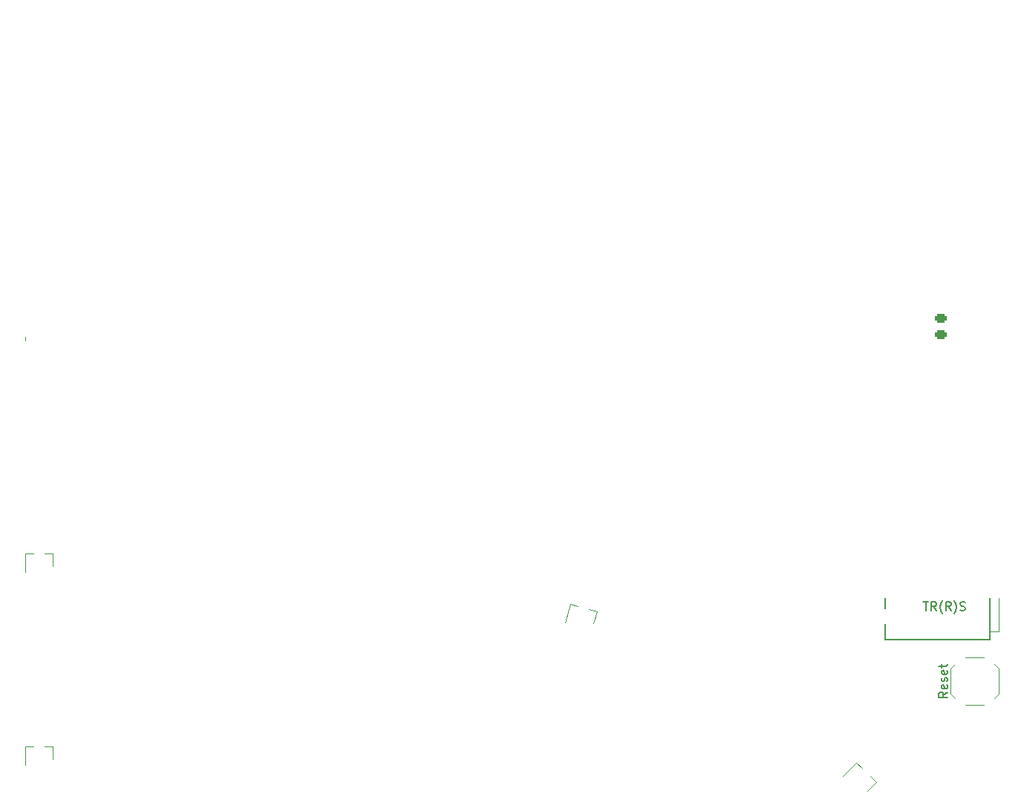
<source format=gbr>
%TF.GenerationSoftware,KiCad,Pcbnew,(6.0.1-0)*%
%TF.CreationDate,2022-01-24T00:31:25-08:00*%
%TF.ProjectId,hillside56,68696c6c-7369-4646-9535-362e6b696361,0.1.0-alpha*%
%TF.SameCoordinates,Original*%
%TF.FileFunction,Legend,Top*%
%TF.FilePolarity,Positive*%
%FSLAX46Y46*%
G04 Gerber Fmt 4.6, Leading zero omitted, Abs format (unit mm)*
G04 Created by KiCad (PCBNEW (6.0.1-0)) date 2022-01-24 00:31:25*
%MOMM*%
%LPD*%
G01*
G04 APERTURE LIST*
G04 Aperture macros list*
%AMRoundRect*
0 Rectangle with rounded corners*
0 $1 Rounding radius*
0 $2 $3 $4 $5 $6 $7 $8 $9 X,Y pos of 4 corners*
0 Add a 4 corners polygon primitive as box body*
4,1,4,$2,$3,$4,$5,$6,$7,$8,$9,$2,$3,0*
0 Add four circle primitives for the rounded corners*
1,1,$1+$1,$2,$3*
1,1,$1+$1,$4,$5*
1,1,$1+$1,$6,$7*
1,1,$1+$1,$8,$9*
0 Add four rect primitives between the rounded corners*
20,1,$1+$1,$2,$3,$4,$5,0*
20,1,$1+$1,$4,$5,$6,$7,0*
20,1,$1+$1,$6,$7,$8,$9,0*
20,1,$1+$1,$8,$9,$2,$3,0*%
%AMRotRect*
0 Rectangle, with rotation*
0 The origin of the aperture is its center*
0 $1 length*
0 $2 width*
0 $3 Rotation angle, in degrees counterclockwise*
0 Add horizontal line*
21,1,$1,$2,0,0,$3*%
%AMFreePoly0*
4,1,22,0.500000,-0.750000,0.000000,-0.750000,0.000000,-0.745033,-0.079941,-0.743568,-0.215256,-0.701293,-0.333266,-0.622738,-0.424486,-0.514219,-0.481581,-0.384460,-0.499164,-0.250000,-0.500000,-0.250000,-0.500000,0.250000,-0.499164,0.250000,-0.499963,0.256109,-0.478152,0.396186,-0.417904,0.524511,-0.324060,0.630769,-0.204165,0.706417,-0.067858,0.745374,0.000000,0.744959,0.000000,0.750000,
0.500000,0.750000,0.500000,-0.750000,0.500000,-0.750000,$1*%
%AMFreePoly1*
4,1,20,0.000000,0.744959,0.073905,0.744508,0.209726,0.703889,0.328688,0.626782,0.421226,0.519385,0.479903,0.390333,0.500000,0.250000,0.500000,-0.250000,0.499851,-0.262216,0.476331,-0.402017,0.414519,-0.529596,0.319384,-0.634700,0.198574,-0.708877,0.061801,-0.746166,0.000000,-0.745033,0.000000,-0.750000,-0.500000,-0.750000,-0.500000,0.750000,0.000000,0.750000,0.000000,0.744959,
0.000000,0.744959,$1*%
%AMFreePoly2*
4,1,41,0.142350,0.531259,0.275000,0.476314,0.388909,0.388909,0.476314,0.275000,0.531259,0.142350,0.533280,0.127000,3.200000,0.127000,3.236070,0.121770,3.296138,0.082984,3.325733,0.017894,3.315473,-0.052868,3.268611,-0.106872,3.200000,-0.127000,0.533280,-0.127000,0.531259,-0.142350,0.476314,-0.275000,0.388909,-0.388909,0.275000,-0.476314,0.142350,-0.531259,0.000000,-0.550000,
-0.142350,-0.531259,-0.275000,-0.476314,-0.388909,-0.388909,-0.476314,-0.275000,-0.531259,-0.142350,-0.533280,-0.127000,-3.200000,-0.127000,-3.236070,-0.121770,-3.296138,-0.082984,-3.325733,-0.017894,-3.315473,0.052868,-3.268611,0.106872,-3.200000,0.127000,-0.533280,0.127000,-0.531259,0.142350,-0.476314,0.275000,-0.388909,0.388909,-0.275000,0.476314,-0.142350,0.531259,0.000000,0.550000,
0.142350,0.531259,0.142350,0.531259,$1*%
%AMFreePoly3*
4,1,37,0.042529,3.485692,0.118849,3.448880,0.171655,3.382612,0.190499,3.300000,0.190499,0.776079,0.350697,0.719035,0.501283,0.623470,0.626955,0.496918,0.721466,0.345669,0.780119,0.177240,0.800000,0.000000,0.799688,-0.022336,0.774867,-0.198952,0.711533,-0.365678,0.612836,-0.514230,0.483680,-0.637224,0.330484,-0.728547,0.160862,-0.783660,-0.016754,-0.799825,-0.193538,-0.776237,
-0.360702,-0.714070,-0.509939,-0.616411,-0.633832,-0.488116,-0.726222,-0.335562,-0.782518,-0.166330,-0.799922,0.011170,-0.777569,0.188114,-0.716569,0.355708,-0.619956,0.505623,-0.492529,0.630409,-0.340623,0.723862,-0.190500,0.774968,-0.190500,3.300332,-0.171511,3.382912,-0.118589,3.449087,-0.042205,3.485766,0.042529,3.485692,0.042529,3.485692,$1*%
%AMFreePoly4*
4,1,86,3.222527,0.333854,3.480719,0.297767,3.733862,0.235442,3.979294,0.147533,3.979296,0.147533,4.031350,0.107382,4.038665,0.089596,4.053340,0.095632,4.118496,0.086887,4.128232,0.079377,4.370538,-0.005415,4.632708,-0.063885,4.899917,-0.091302,5.168498,-0.087289,5.434769,-0.051902,5.695075,0.014375,5.934741,0.106368,5.944248,0.114165,6.009113,0.124852,6.070632,0.101675,
6.112320,0.050843,6.123007,-0.014022,6.099830,-0.075541,6.048998,-0.117229,6.048994,-0.117230,5.806301,-0.212431,5.555133,-0.282291,5.298134,-0.326075,5.038003,-0.343323,4.777473,-0.333854,4.519281,-0.297767,4.266138,-0.235442,4.020706,-0.147533,4.020704,-0.147533,3.968650,-0.107382,3.961335,-0.089596,3.946660,-0.095632,3.881504,-0.086887,3.871768,-0.079377,3.629462,0.005415,
3.367292,0.063885,3.100083,0.091302,2.831502,0.087289,2.565231,0.051902,2.304925,-0.014375,2.065259,-0.106368,2.055752,-0.114165,2.051975,-0.114787,2.048998,-0.117229,2.048994,-0.117230,1.806301,-0.212431,1.555133,-0.282291,1.298134,-0.326075,1.038003,-0.343323,0.777473,-0.333854,0.519281,-0.297767,0.266138,-0.235442,0.020706,-0.147533,0.020704,-0.147533,-0.009065,-0.124571,
-0.063500,-0.109985,-0.109985,-0.063500,-0.127000,0.000000,-0.109985,0.063500,-0.063500,0.109985,0.000000,0.127000,0.063500,0.109985,0.081653,0.091832,0.118496,0.086887,0.128232,0.079377,0.370538,-0.005415,0.632708,-0.063885,0.899917,-0.091302,1.168498,-0.087289,1.434769,-0.051902,1.695075,0.014375,1.934741,0.106368,1.944248,0.114165,1.948025,0.114787,1.951002,0.117229,
1.951006,0.117230,2.193699,0.212431,2.444867,0.282291,2.701866,0.326075,2.961997,0.343323,3.222527,0.333854,3.222527,0.333854,$1*%
%AMFreePoly5*
4,1,31,7.836070,3.521770,7.896138,3.482984,7.925733,3.417894,7.915473,3.347132,7.868611,3.293128,7.800000,3.273000,6.402605,3.273000,3.039803,-0.089803,3.021679,-0.103336,3.018611,-0.106872,3.015866,-0.107677,3.010599,-0.111610,2.980023,-0.118192,2.950000,-0.127000,-2.800000,-0.127000,-2.836070,-0.121770,-2.896138,-0.082984,-2.925733,-0.017894,-2.915473,0.052868,-2.868611,0.106872,
-2.800000,0.127000,2.897394,0.127000,6.260197,3.489802,6.278320,3.503335,6.281389,3.506872,6.284135,3.507678,6.289401,3.511610,6.319977,3.518192,6.350000,3.527000,7.800000,3.527000,7.836070,3.521770,7.836070,3.521770,$1*%
%AMFreePoly6*
4,1,36,-0.382313,0.442677,-0.365044,0.435750,-0.364806,0.435194,-0.364250,0.434956,-0.127000,0.192314,-0.127000,0.250000,0.127000,0.250000,0.127000,-0.067459,0.185750,-0.127544,0.192765,-0.145034,0.200000,-0.162500,0.200000,-0.750000,0.185355,-0.785355,0.150000,-0.800000,-0.300000,-0.800000,-0.335355,-0.785355,-0.350000,-0.750000,-0.350000,-0.400000,-0.650000,-0.400000,-0.650000,-0.750000,
-0.664645,-0.785355,-0.700000,-0.800000,-0.950000,-0.800000,-0.985355,-0.785355,-1.000000,-0.750000,-1.000000,-0.162500,-0.992765,-0.145034,-0.985750,-0.127544,-0.435750,0.434956,-0.435194,0.435194,-0.434956,0.435750,-0.417687,0.442677,-0.400562,0.449996,-0.400000,0.449771,-0.399438,0.449996,-0.382313,0.442677,-0.382313,0.442677,$1*%
%AMFreePoly7*
4,1,236,0.063500,0.109985,0.083516,0.089969,0.097778,0.081900,0.103819,0.071645,0.249281,-0.050521,0.421854,-0.154522,0.608506,-0.230409,0.804691,-0.276334,1.005632,-0.291179,1.206436,-0.274582,1.402213,-0.226948,1.588195,-0.149436,1.759855,-0.043934,1.904249,0.079499,1.910198,0.089803,1.967130,0.122673,2.032870,0.122672,2.089803,0.089802,2.092711,0.084766,2.097776,0.081900,
2.103817,0.071645,2.249279,-0.050521,2.421852,-0.154522,2.608504,-0.230409,2.804689,-0.276334,3.005630,-0.291179,3.206434,-0.274582,3.402211,-0.226948,3.588193,-0.149436,3.759853,-0.043934,3.904247,0.079499,3.910196,0.089803,3.967128,0.122673,4.032868,0.122672,4.089801,0.089802,4.092709,0.084766,4.097774,0.081900,4.103815,0.071645,4.249277,-0.050521,4.421850,-0.154522,
4.608502,-0.230409,4.804687,-0.276334,5.005628,-0.291179,5.206432,-0.274582,5.402209,-0.226948,5.588191,-0.149436,5.759851,-0.043934,5.904245,0.079499,5.910194,0.089803,5.967126,0.122673,6.032866,0.122672,6.089799,0.089802,6.092707,0.084766,6.097772,0.081900,6.103813,0.071645,6.249275,-0.050521,6.421848,-0.154522,6.608500,-0.230409,6.804685,-0.276334,7.005626,-0.291179,
7.206430,-0.274582,7.402207,-0.226948,7.588189,-0.149436,7.759849,-0.043934,7.904243,0.079499,7.910192,0.089803,7.967124,0.122673,8.032864,0.122672,8.089797,0.089802,8.092705,0.084766,8.097770,0.081900,8.103811,0.071645,8.249273,-0.050521,8.421846,-0.154522,8.608498,-0.230409,8.804683,-0.276334,9.005624,-0.291179,9.206428,-0.274582,9.402205,-0.226948,9.588187,-0.149436,
9.759847,-0.043934,9.904241,0.079499,9.910190,0.089803,9.967122,0.122673,10.032862,0.122672,10.089795,0.089802,10.092703,0.084766,10.097768,0.081900,10.103809,0.071645,10.249271,-0.050521,10.421844,-0.154522,10.608496,-0.230409,10.804681,-0.276334,11.005622,-0.291179,11.206426,-0.274582,11.402203,-0.226948,11.588185,-0.149436,11.759845,-0.043934,11.904239,0.079499,11.910188,0.089803,
11.967120,0.122673,12.032860,0.122672,12.089793,0.089802,12.092701,0.084766,12.097766,0.081900,12.103807,0.071645,12.249269,-0.050521,12.421842,-0.154522,12.608494,-0.230409,12.804679,-0.276334,13.005620,-0.291179,13.206424,-0.274582,13.402201,-0.226948,13.588183,-0.149436,13.759843,-0.043934,13.904237,0.079499,13.910186,0.089803,13.967118,0.122673,14.032858,0.122672,14.089791,0.089802,
14.092699,0.084766,14.097764,0.081900,14.103805,0.071645,14.249267,-0.050521,14.421840,-0.154522,14.608492,-0.230409,14.804677,-0.276334,15.005618,-0.291179,15.206422,-0.274582,15.402199,-0.226948,15.588181,-0.149436,15.759841,-0.043934,15.904235,0.079499,15.910184,0.089803,15.967116,0.122673,16.032856,0.122672,16.089789,0.089802,16.122659,0.032870,16.122658,-0.032870,16.089788,-0.089803,
16.089785,-0.089805,15.924578,-0.233071,15.740755,-0.351516,15.542018,-0.442752,15.332369,-0.504943,15.116029,-0.536836,14.897353,-0.537790,14.680743,-0.507785,14.470560,-0.447425,14.271035,-0.357925,14.086185,-0.241088,14.000007,-0.167662,13.924580,-0.233071,13.740757,-0.351516,13.542020,-0.442752,13.332371,-0.504943,13.116031,-0.536836,12.897355,-0.537790,12.680745,-0.507785,12.470562,-0.447425,
12.271037,-0.357925,12.086187,-0.241088,12.000009,-0.167662,11.924582,-0.233071,11.740759,-0.351516,11.542022,-0.442752,11.332373,-0.504943,11.116033,-0.536836,10.897357,-0.537790,10.680747,-0.507785,10.470564,-0.447425,10.271039,-0.357925,10.086189,-0.241088,10.000011,-0.167662,9.924584,-0.233071,9.740761,-0.351516,9.542024,-0.442752,9.332375,-0.504943,9.116035,-0.536836,8.897359,-0.537790,
8.680749,-0.507785,8.470566,-0.447425,8.271041,-0.357925,8.086191,-0.241088,8.000013,-0.167662,7.924586,-0.233071,7.740763,-0.351516,7.542026,-0.442752,7.332377,-0.504943,7.116037,-0.536836,6.897361,-0.537790,6.680751,-0.507785,6.470568,-0.447425,6.271043,-0.357925,6.086193,-0.241088,6.000015,-0.167662,5.924588,-0.233071,5.740765,-0.351516,5.542028,-0.442752,5.332379,-0.504943,
5.116039,-0.536836,4.897363,-0.537790,4.680753,-0.507785,4.470570,-0.447425,4.271045,-0.357925,4.086195,-0.241088,4.000017,-0.167662,3.924590,-0.233071,3.740767,-0.351516,3.542030,-0.442752,3.332381,-0.504943,3.116041,-0.536836,2.897365,-0.537790,2.680755,-0.507785,2.470572,-0.447425,2.271047,-0.357925,2.086197,-0.241088,2.000019,-0.167662,1.924592,-0.233071,1.740769,-0.351516,
1.542032,-0.442752,1.332383,-0.504943,1.116043,-0.536836,0.897367,-0.537790,0.680757,-0.507785,0.470574,-0.447425,0.271049,-0.357925,0.086199,-0.241088,-0.080254,-0.099266,-0.088904,-0.084581,-0.109985,-0.063500,-0.127000,0.000000,-0.109985,0.063500,-0.063500,0.109985,0.000000,0.127000,0.063500,0.109985,0.063500,0.109985,$1*%
%AMFreePoly8*
4,1,74,0.090320,1.758079,0.239662,1.720567,0.375744,1.648515,0.490712,1.546082,0.531399,1.486883,0.554756,1.483183,0.658279,1.430436,0.740436,1.348279,0.793183,1.244756,0.811359,1.130000,0.793183,1.015244,0.742519,0.915810,0.751359,0.860000,0.733183,0.745244,0.680436,0.641721,0.598279,0.559564,0.494756,0.506817,0.380000,0.488641,0.323760,0.497549,0.127000,0.283428,
0.127000,-0.587846,0.211346,-0.711884,0.214346,-0.726349,0.220000,-0.740000,0.218118,-0.744543,0.219116,-0.749355,0.211010,-0.761703,0.205355,-0.775355,0.200813,-0.777237,0.198115,-0.781346,0.183652,-0.784345,0.170000,-0.790000,-0.120000,-0.790000,-0.130398,-0.785693,-0.141637,-0.785076,-0.147391,-0.778654,-0.155355,-0.775355,-0.159662,-0.764957,-0.167173,-0.756574,-0.166701,-0.747965,
-0.170000,-0.740000,-0.165693,-0.729602,-0.165076,-0.718363,-0.127000,-0.639038,-0.127000,0.293608,-0.266054,0.429002,-0.320017,0.401507,-0.430000,0.384087,-0.539983,0.401507,-0.639200,0.452060,-0.717940,0.530800,-0.768493,0.630017,-0.780316,0.704660,-0.475881,0.704660,-0.472794,0.697206,-0.464310,0.693692,-0.475123,0.703531,-0.475881,0.704660,-0.780316,0.704660,-0.785913,0.740000,
-0.768493,0.849983,-0.723736,0.937824,-0.763183,1.015244,-0.781359,1.130000,-0.763183,1.244756,-0.710436,1.348279,-0.628279,1.430436,-0.524756,1.483183,-0.512625,1.485104,-0.466247,1.551093,-0.350213,1.652316,-0.213384,1.722939,-0.063658,1.758885,0.090320,1.758079,0.090320,1.758079,$1*%
%AMFreePoly9*
4,1,68,0.090320,1.758079,0.239662,1.720567,0.375744,1.648515,0.490712,1.546082,0.531399,1.486883,0.554756,1.483183,0.658279,1.430436,0.740436,1.348279,0.793183,1.244756,0.811359,1.130000,0.793183,1.015244,0.740436,0.911721,0.670111,0.841396,0.693183,0.796115,0.711359,0.681359,0.693183,0.566603,0.640436,0.463080,0.558279,0.380923,0.454756,0.328176,0.340000,0.310000,
0.294288,0.317240,0.127000,0.135192,0.127000,-0.587846,0.211346,-0.711884,0.214346,-0.726349,0.220000,-0.740000,0.218118,-0.744543,0.219116,-0.749355,0.211010,-0.761703,0.205355,-0.775355,0.200813,-0.777237,0.198115,-0.781346,0.183652,-0.784345,0.170000,-0.790000,-0.120000,-0.790000,-0.130398,-0.785693,-0.141637,-0.785076,-0.147391,-0.778654,-0.155355,-0.775355,-0.159662,-0.764957,
-0.167173,-0.756574,-0.166701,-0.747965,-0.170000,-0.740000,-0.165693,-0.729602,-0.165076,-0.718363,-0.127000,-0.639038,-0.127000,0.104135,-0.395567,0.365633,-0.469983,0.377420,-0.569200,0.427973,-0.647940,0.506713,-0.698493,0.605930,-0.715913,0.715913,-0.698493,0.825896,-0.673555,0.874840,-0.710436,0.911721,-0.763183,1.015244,-0.781359,1.130000,-0.763183,1.244756,-0.710436,1.348279,
-0.628279,1.430436,-0.524756,1.483183,-0.512625,1.485104,-0.466247,1.551093,-0.350213,1.652316,-0.213384,1.722939,-0.063658,1.758885,0.090320,1.758079,0.090320,1.758079,$1*%
%AMFreePoly10*
4,1,66,0.090320,1.758079,0.239662,1.720567,0.375744,1.648515,0.490712,1.546082,0.531399,1.486883,0.554756,1.483183,0.658279,1.430436,0.740436,1.348279,0.793183,1.244756,0.811359,1.130000,0.793183,1.015244,0.742519,0.915810,0.751359,0.860000,0.733183,0.745244,0.680436,0.641721,0.598279,0.559564,0.494756,0.506817,0.380000,0.488641,0.323760,0.497549,0.127000,0.283428,
0.127000,-0.587846,0.211346,-0.711884,0.214346,-0.726349,0.220000,-0.740000,0.218118,-0.744543,0.219116,-0.749355,0.211010,-0.761703,0.205355,-0.775355,0.200813,-0.777237,0.198115,-0.781346,0.183652,-0.784345,0.170000,-0.790000,-0.120000,-0.790000,-0.130398,-0.785693,-0.141637,-0.785076,-0.147391,-0.778654,-0.155355,-0.775355,-0.159662,-0.764957,-0.167173,-0.756574,-0.166701,-0.747965,
-0.170000,-0.740000,-0.165693,-0.729602,-0.165076,-0.718363,-0.127000,-0.639038,-0.127000,0.293608,-0.245184,0.408682,-0.300000,0.400000,-0.409983,0.417420,-0.509200,0.467973,-0.587940,0.546713,-0.638493,0.645930,-0.655913,0.755913,-0.642064,0.843349,-0.710436,0.911721,-0.763183,1.015244,-0.781359,1.130000,-0.763183,1.244756,-0.710436,1.348279,-0.628279,1.430436,-0.524756,1.483183,
-0.512625,1.485104,-0.466247,1.551093,-0.350213,1.652316,-0.213384,1.722939,-0.063658,1.758885,0.090320,1.758079,0.090320,1.758079,$1*%
%AMFreePoly11*
4,1,31,9.086070,4.561770,9.146138,4.522984,9.175733,4.457894,9.165473,4.387132,9.118611,4.333128,9.050000,4.313000,7.092605,4.313000,2.689803,-0.089803,2.671679,-0.103336,2.668611,-0.106872,2.665866,-0.107677,2.660599,-0.111610,2.630023,-0.118192,2.600000,-0.127000,-3.450000,-0.127000,-3.486070,-0.121770,-3.546138,-0.082984,-3.575733,-0.017894,-3.565473,0.052868,-3.518611,0.106872,
-3.450000,0.127000,2.547394,0.127000,6.950197,4.529802,6.968320,4.543335,6.971389,4.546872,6.974135,4.547678,6.979401,4.551610,7.009977,4.558192,7.040000,4.567000,9.050000,4.567000,9.086070,4.561770,9.086070,4.561770,$1*%
%AMFreePoly12*
4,1,74,0.090320,1.758079,0.239662,1.720567,0.375744,1.648515,0.490712,1.546082,0.531399,1.486883,0.554756,1.483183,0.658279,1.430436,0.740436,1.348279,0.793183,1.244756,0.811359,1.130000,0.793183,1.015244,0.742519,0.915810,0.751359,0.860000,0.733183,0.745244,0.680436,0.641721,0.598279,0.559564,0.494756,0.506817,0.380000,0.488641,0.376841,0.489141,0.127000,0.190090,
0.127000,-0.587846,0.211346,-0.711884,0.214346,-0.726349,0.220000,-0.740000,0.218118,-0.744543,0.219116,-0.749355,0.211010,-0.761703,0.205355,-0.775355,0.200813,-0.777237,0.198115,-0.781346,0.183652,-0.784345,0.170000,-0.790000,-0.120000,-0.790000,-0.130398,-0.785693,-0.141637,-0.785076,-0.147391,-0.778654,-0.155355,-0.775355,-0.159662,-0.764957,-0.167173,-0.756574,-0.166701,-0.747965,
-0.170000,-0.740000,-0.165693,-0.729602,-0.165076,-0.718363,-0.127000,-0.639038,-0.127000,0.213346,-0.320215,0.401476,-0.430000,0.384087,-0.539983,0.401507,-0.639200,0.452060,-0.717940,0.530800,-0.768493,0.630017,-0.780316,0.704660,-0.475881,0.704660,-0.472794,0.697206,-0.464310,0.693692,-0.475123,0.703531,-0.475881,0.704660,-0.780316,0.704660,-0.785913,0.740000,-0.768493,0.849983,
-0.737725,0.910369,-0.799077,0.971721,-0.851824,1.075244,-0.870000,1.190000,-0.851824,1.304756,-0.799077,1.408279,-0.716920,1.490436,-0.613397,1.543183,-0.498641,1.561359,-0.461265,1.555439,-0.350213,1.652316,-0.213384,1.722939,-0.063658,1.758885,0.090320,1.758079,0.090320,1.758079,$1*%
%AMFreePoly13*
4,1,208,0.063500,0.109985,0.083519,0.089966,0.097776,0.081900,0.103817,0.071645,0.249279,-0.050521,0.421852,-0.154522,0.608504,-0.230409,0.804689,-0.276334,1.005630,-0.291179,1.206434,-0.274582,1.402211,-0.226948,1.588193,-0.149436,1.759853,-0.043934,1.904247,0.079499,1.910196,0.089803,1.967128,0.122673,2.032868,0.122672,2.089801,0.089802,2.092709,0.084766,2.097774,0.081900,
2.103815,0.071645,2.249277,-0.050521,2.421850,-0.154522,2.608502,-0.230409,2.804687,-0.276334,3.005628,-0.291179,3.206432,-0.274582,3.402209,-0.226948,3.588191,-0.149436,3.759851,-0.043934,3.904245,0.079499,3.910194,0.089803,3.967126,0.122673,4.032866,0.122672,4.089799,0.089802,4.092707,0.084766,4.097772,0.081900,4.103813,0.071645,4.249275,-0.050521,4.421848,-0.154522,
4.608500,-0.230409,4.804685,-0.276334,5.005626,-0.291179,5.206430,-0.274582,5.402207,-0.226948,5.588189,-0.149436,5.759849,-0.043934,5.904243,0.079499,5.910192,0.089803,5.967124,0.122673,6.032864,0.122672,6.089797,0.089802,6.092705,0.084766,6.097770,0.081900,6.103811,0.071645,6.249273,-0.050521,6.421846,-0.154522,6.608498,-0.230409,6.804683,-0.276334,7.005624,-0.291179,
7.206428,-0.274582,7.402205,-0.226948,7.588187,-0.149436,7.759847,-0.043934,7.904241,0.079499,7.910190,0.089803,7.967122,0.122673,8.032862,0.122672,8.089795,0.089802,8.092703,0.084766,8.097768,0.081900,8.103809,0.071645,8.249271,-0.050521,8.421844,-0.154522,8.608496,-0.230409,8.804681,-0.276334,9.005622,-0.291179,9.206426,-0.274582,9.402203,-0.226948,9.588185,-0.149436,
9.759845,-0.043934,9.904239,0.079499,9.910188,0.089803,9.967120,0.122673,10.032860,0.122672,10.089793,0.089802,10.092701,0.084766,10.097766,0.081900,10.103807,0.071645,10.249269,-0.050521,10.421842,-0.154522,10.608494,-0.230409,10.804679,-0.276334,11.005620,-0.291179,11.206424,-0.274582,11.402201,-0.226948,11.588183,-0.149436,11.759843,-0.043934,11.904237,0.079499,11.910186,0.089803,
11.967118,0.122673,12.032858,0.122672,12.089791,0.089802,12.092699,0.084766,12.097764,0.081900,12.103805,0.071645,12.249267,-0.050521,12.421840,-0.154522,12.608492,-0.230409,12.804677,-0.276334,13.005618,-0.291179,13.206422,-0.274582,13.402199,-0.226948,13.588181,-0.149436,13.759841,-0.043934,13.904235,0.079499,13.910184,0.089803,13.967116,0.122673,14.032856,0.122672,14.089789,0.089802,
14.122659,0.032870,14.122658,-0.032870,14.089788,-0.089803,14.089785,-0.089805,13.924578,-0.233071,13.740755,-0.351516,13.542018,-0.442752,13.332369,-0.504943,13.116029,-0.536836,12.897353,-0.537790,12.680743,-0.507785,12.470560,-0.447425,12.271035,-0.357925,12.086185,-0.241088,12.000007,-0.167662,11.924580,-0.233071,11.740757,-0.351516,11.542020,-0.442752,11.332371,-0.504943,11.116031,-0.536836,
10.897355,-0.537790,10.680745,-0.507785,10.470562,-0.447425,10.271037,-0.357925,10.086187,-0.241088,10.000009,-0.167662,9.924582,-0.233071,9.740759,-0.351516,9.542022,-0.442752,9.332373,-0.504943,9.116033,-0.536836,8.897357,-0.537790,8.680747,-0.507785,8.470564,-0.447425,8.271039,-0.357925,8.086189,-0.241088,8.000011,-0.167662,7.924584,-0.233071,7.740761,-0.351516,7.542024,-0.442752,
7.332375,-0.504943,7.116035,-0.536836,6.897359,-0.537790,6.680749,-0.507785,6.470566,-0.447425,6.271041,-0.357925,6.086191,-0.241088,6.000013,-0.167662,5.924586,-0.233071,5.740763,-0.351516,5.542026,-0.442752,5.332377,-0.504943,5.116037,-0.536836,4.897361,-0.537790,4.680751,-0.507785,4.470568,-0.447425,4.271043,-0.357925,4.086193,-0.241088,4.000015,-0.167662,3.924588,-0.233071,
3.740765,-0.351516,3.542028,-0.442752,3.332379,-0.504943,3.116039,-0.536836,2.897363,-0.537790,2.680753,-0.507785,2.470570,-0.447425,2.271045,-0.357925,2.086195,-0.241088,2.000017,-0.167662,1.924590,-0.233071,1.740767,-0.351516,1.542030,-0.442752,1.332381,-0.504943,1.116041,-0.536836,0.897365,-0.537790,0.680755,-0.507785,0.470572,-0.447425,0.271047,-0.357925,0.086197,-0.241088,
-0.080256,-0.099266,-0.088909,-0.084576,-0.109985,-0.063500,-0.127000,0.000000,-0.109985,0.063500,-0.063500,0.109985,0.000000,0.127000,0.063500,0.109985,0.063500,0.109985,$1*%
%AMFreePoly14*
4,1,6,1.000000,0.000000,0.500000,-0.750000,-0.500000,-0.750000,-0.500000,0.750000,0.500000,0.750000,1.000000,0.000000,1.000000,0.000000,$1*%
%AMFreePoly15*
4,1,6,0.500000,-0.750000,-0.650000,-0.750000,-0.150000,0.000000,-0.650000,0.750000,0.500000,0.750000,0.500000,-0.750000,0.500000,-0.750000,$1*%
G04 Aperture macros list end*
%ADD10C,0.153000*%
%ADD11C,0.150000*%
%ADD12C,0.225000*%
%ADD13C,0.100000*%
%ADD14C,0.120000*%
%ADD15C,0.200000*%
%ADD16C,1.200000*%
%ADD17R,1.397000X1.397000*%
%ADD18C,0.240000*%
%ADD19RotRect,1.650000X0.820000X345.000000*%
%ADD20RoundRect,0.205000X-0.651932X-0.037547X0.545816X-0.358483X0.651932X0.037547X-0.545816X0.358483X0*%
%ADD21R,1.650000X0.820000*%
%ADD22RoundRect,0.205000X-0.620000X-0.205000X0.620000X-0.205000X0.620000X0.205000X-0.620000X0.205000X0*%
%ADD23RotRect,1.650000X0.820000X330.000000*%
%ADD24RoundRect,0.205000X-0.639436X0.132465X0.434436X-0.487535X0.639436X-0.132465X-0.434436X0.487535X0*%
%ADD25O,2.500000X1.700000*%
%ADD26C,1.524000*%
%ADD27C,4.400000*%
%ADD28C,3.400000*%
%ADD29R,3.200000X2.000000*%
%ADD30C,1.700000*%
%ADD31R,2.000000X2.000000*%
%ADD32C,2.000000*%
%ADD33R,0.800000X0.900000*%
%ADD34RotRect,0.900000X0.800000X75.000000*%
%ADD35RotRect,0.900000X0.800000X45.000000*%
%ADD36RotRect,3.200000X2.000000X150.000000*%
%ADD37RotRect,2.000000X2.000000X150.000000*%
%ADD38FreePoly0,270.000000*%
%ADD39FreePoly1,270.000000*%
%ADD40RoundRect,0.250100X0.449900X-0.262400X0.449900X0.262400X-0.449900X0.262400X-0.449900X-0.262400X0*%
%ADD41RoundRect,0.249998X0.450002X-0.262502X0.450002X0.262502X-0.450002X0.262502X-0.450002X-0.262502X0*%
%ADD42C,5.000000*%
%ADD43R,1.700000X1.700000*%
%ADD44O,1.700000X1.700000*%
%ADD45RoundRect,0.250000X-0.250000X-0.475000X0.250000X-0.475000X0.250000X0.475000X-0.250000X0.475000X0*%
%ADD46R,1.100000X1.800000*%
%ADD47FreePoly2,90.000000*%
%ADD48FreePoly3,295.000000*%
%ADD49C,1.600000*%
%ADD50FreePoly4,0.000000*%
%ADD51FreePoly5,0.000000*%
%ADD52FreePoly6,0.000000*%
%ADD53FreePoly7,0.000000*%
%ADD54FreePoly8,0.000000*%
%ADD55FreePoly9,0.000000*%
%ADD56FreePoly10,0.000000*%
%ADD57FreePoly11,0.000000*%
%ADD58FreePoly12,0.000000*%
%ADD59FreePoly13,0.000000*%
%ADD60FreePoly14,270.000000*%
%ADD61FreePoly15,270.000000*%
%ADD62R,0.900000X0.800000*%
G04 APERTURE END LIST*
D10*
X158623735Y-107691428D02*
X158666592Y-107734285D01*
X158623735Y-107777142D01*
X158580878Y-107734285D01*
X158623735Y-107691428D01*
X158623735Y-107777142D01*
X159223735Y-106877142D02*
X159309450Y-106877142D01*
X159395164Y-106920000D01*
X159438021Y-106962857D01*
X159480878Y-107048571D01*
X159523735Y-107220000D01*
X159523735Y-107434285D01*
X159480878Y-107605714D01*
X159438021Y-107691428D01*
X159395164Y-107734285D01*
X159309450Y-107777142D01*
X159223735Y-107777142D01*
X159138021Y-107734285D01*
X159095164Y-107691428D01*
X159052307Y-107605714D01*
X159009450Y-107434285D01*
X159009450Y-107220000D01*
X159052307Y-107048571D01*
X159095164Y-106962857D01*
X159138021Y-106920000D01*
X159223735Y-106877142D01*
X149037545Y-109157380D02*
X149037545Y-108157380D01*
X149418497Y-108157380D01*
X149513735Y-108205000D01*
X149561354Y-108252619D01*
X149608973Y-108347857D01*
X149608973Y-108490714D01*
X149561354Y-108585952D01*
X149513735Y-108633571D01*
X149418497Y-108681190D01*
X149037545Y-108681190D01*
X150608973Y-109062142D02*
X150561354Y-109109761D01*
X150418497Y-109157380D01*
X150323259Y-109157380D01*
X150180402Y-109109761D01*
X150085164Y-109014523D01*
X150037545Y-108919285D01*
X149989926Y-108728809D01*
X149989926Y-108585952D01*
X150037545Y-108395476D01*
X150085164Y-108300238D01*
X150180402Y-108205000D01*
X150323259Y-108157380D01*
X150418497Y-108157380D01*
X150561354Y-108205000D01*
X150608973Y-108252619D01*
X151370878Y-108633571D02*
X151513735Y-108681190D01*
X151561354Y-108728809D01*
X151608973Y-108824047D01*
X151608973Y-108966904D01*
X151561354Y-109062142D01*
X151513735Y-109109761D01*
X151418497Y-109157380D01*
X151037545Y-109157380D01*
X151037545Y-108157380D01*
X151370878Y-108157380D01*
X151466116Y-108205000D01*
X151513735Y-108252619D01*
X151561354Y-108347857D01*
X151561354Y-108443095D01*
X151513735Y-108538333D01*
X151466116Y-108585952D01*
X151370878Y-108633571D01*
X151037545Y-108633571D01*
X152799450Y-109157380D02*
X152799450Y-108157380D01*
X152799450Y-108538333D02*
X152894688Y-108490714D01*
X153085164Y-108490714D01*
X153180402Y-108538333D01*
X153228021Y-108585952D01*
X153275640Y-108681190D01*
X153275640Y-108966904D01*
X153228021Y-109062142D01*
X153180402Y-109109761D01*
X153085164Y-109157380D01*
X152894688Y-109157380D01*
X152799450Y-109109761D01*
X153608973Y-108490714D02*
X153847069Y-109157380D01*
X154085164Y-108490714D02*
X153847069Y-109157380D01*
X153751830Y-109395476D01*
X153704211Y-109443095D01*
X153608973Y-109490714D01*
X150561354Y-110767380D02*
X150561354Y-109767380D01*
X150894688Y-110481666D01*
X151228021Y-109767380D01*
X151228021Y-110767380D01*
X151704211Y-110767380D02*
X151704211Y-109767380D01*
X152037545Y-110481666D01*
X152370878Y-109767380D01*
X152370878Y-110767380D01*
%TO.C,J2*%
X214861428Y-125522380D02*
X215432857Y-125522380D01*
X215147142Y-126522380D02*
X215147142Y-125522380D01*
X216337619Y-126522380D02*
X216004285Y-126046190D01*
X215766190Y-126522380D02*
X215766190Y-125522380D01*
X216147142Y-125522380D01*
X216242380Y-125570000D01*
X216290000Y-125617619D01*
X216337619Y-125712857D01*
X216337619Y-125855714D01*
X216290000Y-125950952D01*
X216242380Y-125998571D01*
X216147142Y-126046190D01*
X215766190Y-126046190D01*
X217051904Y-126903333D02*
X217004285Y-126855714D01*
X216909047Y-126712857D01*
X216861428Y-126617619D01*
X216813809Y-126474761D01*
X216766190Y-126236666D01*
X216766190Y-126046190D01*
X216813809Y-125808095D01*
X216861428Y-125665238D01*
X216909047Y-125570000D01*
X217004285Y-125427142D01*
X217051904Y-125379523D01*
X218004285Y-126522380D02*
X217670952Y-126046190D01*
X217432857Y-126522380D02*
X217432857Y-125522380D01*
X217813809Y-125522380D01*
X217909047Y-125570000D01*
X217956666Y-125617619D01*
X218004285Y-125712857D01*
X218004285Y-125855714D01*
X217956666Y-125950952D01*
X217909047Y-125998571D01*
X217813809Y-126046190D01*
X217432857Y-126046190D01*
X218337619Y-126903333D02*
X218385238Y-126855714D01*
X218480476Y-126712857D01*
X218528095Y-126617619D01*
X218575714Y-126474761D01*
X218623333Y-126236666D01*
X218623333Y-126046190D01*
X218575714Y-125808095D01*
X218528095Y-125665238D01*
X218480476Y-125570000D01*
X218385238Y-125427142D01*
X218337619Y-125379523D01*
X219051904Y-126474761D02*
X219194761Y-126522380D01*
X219432857Y-126522380D01*
X219528095Y-126474761D01*
X219575714Y-126427142D01*
X219623333Y-126331904D01*
X219623333Y-126236666D01*
X219575714Y-126141428D01*
X219528095Y-126093809D01*
X219432857Y-126046190D01*
X219242380Y-125998571D01*
X219147142Y-125950952D01*
X219099523Y-125903333D01*
X219051904Y-125808095D01*
X219051904Y-125712857D01*
X219099523Y-125617619D01*
X219147142Y-125570000D01*
X219242380Y-125522380D01*
X219480476Y-125522380D01*
X219623333Y-125570000D01*
D11*
%TO.C,U1*%
X210149999Y-82439142D02*
X210121428Y-82486761D01*
X210035714Y-82534380D01*
X209978571Y-82534380D01*
X209892857Y-82486761D01*
X209835714Y-82391523D01*
X209807142Y-82296285D01*
X209778571Y-82105809D01*
X209778571Y-81962952D01*
X209807142Y-81772476D01*
X209835714Y-81677238D01*
X209892857Y-81582000D01*
X209978571Y-81534380D01*
X210035714Y-81534380D01*
X210121428Y-81582000D01*
X210149999Y-81629619D01*
X210664285Y-81867714D02*
X210664285Y-82534380D01*
X210521428Y-81486761D02*
X210378571Y-82201047D01*
X210749999Y-82201047D01*
X210978571Y-82153428D02*
X211435714Y-82153428D01*
X211721428Y-81867714D02*
X212178571Y-82153428D01*
X211721428Y-82439142D01*
X200797500Y-71667714D02*
X200111785Y-71953428D01*
X200797500Y-72239142D01*
X201226071Y-71953428D02*
X201911785Y-71953428D01*
X202340357Y-71953428D02*
X203026071Y-71953428D01*
X209464286Y-73962000D02*
X209407143Y-73914380D01*
X209321428Y-73914380D01*
X209235714Y-73962000D01*
X209178571Y-74057238D01*
X209150000Y-74152476D01*
X209121428Y-74342952D01*
X209121428Y-74485809D01*
X209150000Y-74676285D01*
X209178571Y-74771523D01*
X209235714Y-74866761D01*
X209321428Y-74914380D01*
X209378571Y-74914380D01*
X209464286Y-74866761D01*
X209492857Y-74819142D01*
X209492857Y-74485809D01*
X209378571Y-74485809D01*
X209750000Y-74914380D02*
X209750000Y-73914380D01*
X210092857Y-74914380D01*
X210092857Y-73914380D01*
X210378571Y-74914380D02*
X210378571Y-73914380D01*
X210521428Y-73914380D01*
X210607143Y-73962000D01*
X210664286Y-74057238D01*
X210692857Y-74152476D01*
X210721428Y-74342952D01*
X210721428Y-74485809D01*
X210692857Y-74676285D01*
X210664286Y-74771523D01*
X210607143Y-74866761D01*
X210521428Y-74914380D01*
X210378571Y-74914380D01*
X210978571Y-74533428D02*
X211435714Y-74533428D01*
X211721428Y-74247714D02*
X212178571Y-74533428D01*
X211721428Y-74819142D01*
X208835715Y-92694380D02*
X208635715Y-92218190D01*
X208492857Y-92694380D02*
X208492857Y-91694380D01*
X208721429Y-91694380D01*
X208778572Y-91742000D01*
X208807143Y-91789619D01*
X208835715Y-91884857D01*
X208835715Y-92027714D01*
X208807143Y-92122952D01*
X208778572Y-92170571D01*
X208721429Y-92218190D01*
X208492857Y-92218190D01*
X209207143Y-91694380D02*
X209321429Y-91694380D01*
X209378572Y-91742000D01*
X209435715Y-91837238D01*
X209464286Y-92027714D01*
X209464286Y-92361047D01*
X209435715Y-92551523D01*
X209378572Y-92646761D01*
X209321429Y-92694380D01*
X209207143Y-92694380D01*
X209150000Y-92646761D01*
X209092857Y-92551523D01*
X209064286Y-92361047D01*
X209064286Y-92027714D01*
X209092857Y-91837238D01*
X209150000Y-91742000D01*
X209207143Y-91694380D01*
X209664286Y-91694380D02*
X209807143Y-92694380D01*
X209921429Y-91980095D01*
X210035715Y-92694380D01*
X210178572Y-91694380D01*
X210350000Y-91694380D02*
X210721429Y-91694380D01*
X210521429Y-92075333D01*
X210607143Y-92075333D01*
X210664286Y-92122952D01*
X210692857Y-92170571D01*
X210721429Y-92265809D01*
X210721429Y-92503904D01*
X210692857Y-92599142D01*
X210664286Y-92646761D01*
X210607143Y-92694380D01*
X210435715Y-92694380D01*
X210378572Y-92646761D01*
X210350000Y-92599142D01*
X210978572Y-92313428D02*
X211435715Y-92313428D01*
X211721429Y-92027714D02*
X212178572Y-92313428D01*
X211721429Y-92599142D01*
X194242857Y-68882000D02*
X194185714Y-68834380D01*
X194099999Y-68834380D01*
X194014285Y-68882000D01*
X193957142Y-68977238D01*
X193928571Y-69072476D01*
X193899999Y-69262952D01*
X193899999Y-69405809D01*
X193928571Y-69596285D01*
X193957142Y-69691523D01*
X194014285Y-69786761D01*
X194099999Y-69834380D01*
X194157142Y-69834380D01*
X194242857Y-69786761D01*
X194271428Y-69739142D01*
X194271428Y-69405809D01*
X194157142Y-69405809D01*
X194528571Y-69834380D02*
X194528571Y-68834380D01*
X194871428Y-69834380D01*
X194871428Y-68834380D01*
X195157142Y-69834380D02*
X195157142Y-68834380D01*
X195299999Y-68834380D01*
X195385714Y-68882000D01*
X195442857Y-68977238D01*
X195471428Y-69072476D01*
X195499999Y-69262952D01*
X195499999Y-69405809D01*
X195471428Y-69596285D01*
X195442857Y-69691523D01*
X195385714Y-69786761D01*
X195299999Y-69834380D01*
X195157142Y-69834380D01*
X195757142Y-69453428D02*
X196214285Y-69453428D01*
X196499999Y-69167714D02*
X196957142Y-69453428D01*
X196499999Y-69739142D01*
X209292857Y-79946761D02*
X209378571Y-79994380D01*
X209521428Y-79994380D01*
X209578571Y-79946761D01*
X209607142Y-79899142D01*
X209635714Y-79803904D01*
X209635714Y-79708666D01*
X209607142Y-79613428D01*
X209578571Y-79565809D01*
X209521428Y-79518190D01*
X209407142Y-79470571D01*
X209350000Y-79422952D01*
X209321428Y-79375333D01*
X209292857Y-79280095D01*
X209292857Y-79184857D01*
X209321428Y-79089619D01*
X209350000Y-79042000D01*
X209407142Y-78994380D01*
X209550000Y-78994380D01*
X209635714Y-79042000D01*
X210235714Y-79899142D02*
X210207142Y-79946761D01*
X210121428Y-79994380D01*
X210064285Y-79994380D01*
X209978571Y-79946761D01*
X209921428Y-79851523D01*
X209892857Y-79756285D01*
X209864285Y-79565809D01*
X209864285Y-79422952D01*
X209892857Y-79232476D01*
X209921428Y-79137238D01*
X209978571Y-79042000D01*
X210064285Y-78994380D01*
X210121428Y-78994380D01*
X210207142Y-79042000D01*
X210235714Y-79089619D01*
X210778571Y-79994380D02*
X210492857Y-79994380D01*
X210492857Y-78994380D01*
X210978571Y-79613428D02*
X211435714Y-79613428D01*
X211721428Y-79327714D02*
X212178571Y-79613428D01*
X211721428Y-79899142D01*
X193814286Y-92599142D02*
X193785714Y-92646761D01*
X193700000Y-92694380D01*
X193642857Y-92694380D01*
X193557143Y-92646761D01*
X193500000Y-92551523D01*
X193471428Y-92456285D01*
X193442857Y-92265809D01*
X193442857Y-92122952D01*
X193471428Y-91932476D01*
X193500000Y-91837238D01*
X193557143Y-91742000D01*
X193642857Y-91694380D01*
X193700000Y-91694380D01*
X193785714Y-91742000D01*
X193814286Y-91789619D01*
X194185714Y-91694380D02*
X194300000Y-91694380D01*
X194357143Y-91742000D01*
X194414286Y-91837238D01*
X194442857Y-92027714D01*
X194442857Y-92361047D01*
X194414286Y-92551523D01*
X194357143Y-92646761D01*
X194300000Y-92694380D01*
X194185714Y-92694380D01*
X194128571Y-92646761D01*
X194071428Y-92551523D01*
X194042857Y-92361047D01*
X194042857Y-92027714D01*
X194071428Y-91837238D01*
X194128571Y-91742000D01*
X194185714Y-91694380D01*
X194985714Y-92694380D02*
X194700000Y-92694380D01*
X194700000Y-91694380D01*
X195442857Y-92027714D02*
X195442857Y-92694380D01*
X195300000Y-91646761D02*
X195157143Y-92361047D01*
X195528571Y-92361047D01*
X195757143Y-92313428D02*
X196214286Y-92313428D01*
X196500000Y-92027714D02*
X196957143Y-92313428D01*
X196500000Y-92599142D01*
X200797500Y-74207714D02*
X200111785Y-74493428D01*
X200797500Y-74779142D01*
X201226071Y-74493428D02*
X201911785Y-74493428D01*
X202340357Y-74493428D02*
X203026071Y-74493428D01*
X209264286Y-77406761D02*
X209350000Y-77454380D01*
X209492857Y-77454380D01*
X209550000Y-77406761D01*
X209578572Y-77359142D01*
X209607143Y-77263904D01*
X209607143Y-77168666D01*
X209578572Y-77073428D01*
X209550000Y-77025809D01*
X209492857Y-76978190D01*
X209378572Y-76930571D01*
X209321429Y-76882952D01*
X209292857Y-76835333D01*
X209264286Y-76740095D01*
X209264286Y-76644857D01*
X209292857Y-76549619D01*
X209321429Y-76502000D01*
X209378572Y-76454380D01*
X209521429Y-76454380D01*
X209607143Y-76502000D01*
X209864286Y-77454380D02*
X209864286Y-76454380D01*
X210007143Y-76454380D01*
X210092857Y-76502000D01*
X210150000Y-76597238D01*
X210178572Y-76692476D01*
X210207143Y-76882952D01*
X210207143Y-77025809D01*
X210178572Y-77216285D01*
X210150000Y-77311523D01*
X210092857Y-77406761D01*
X210007143Y-77454380D01*
X209864286Y-77454380D01*
X210435715Y-77168666D02*
X210721429Y-77168666D01*
X210378572Y-77454380D02*
X210578572Y-76454380D01*
X210778572Y-77454380D01*
X210978572Y-77073428D02*
X211435715Y-77073428D01*
X211721429Y-76787714D02*
X212178572Y-77073428D01*
X211721429Y-77359142D01*
X209464286Y-71422000D02*
X209407143Y-71374380D01*
X209321428Y-71374380D01*
X209235714Y-71422000D01*
X209178571Y-71517238D01*
X209150000Y-71612476D01*
X209121428Y-71802952D01*
X209121428Y-71945809D01*
X209150000Y-72136285D01*
X209178571Y-72231523D01*
X209235714Y-72326761D01*
X209321428Y-72374380D01*
X209378571Y-72374380D01*
X209464286Y-72326761D01*
X209492857Y-72279142D01*
X209492857Y-71945809D01*
X209378571Y-71945809D01*
X209750000Y-72374380D02*
X209750000Y-71374380D01*
X210092857Y-72374380D01*
X210092857Y-71374380D01*
X210378571Y-72374380D02*
X210378571Y-71374380D01*
X210521428Y-71374380D01*
X210607143Y-71422000D01*
X210664286Y-71517238D01*
X210692857Y-71612476D01*
X210721428Y-71802952D01*
X210721428Y-71945809D01*
X210692857Y-72136285D01*
X210664286Y-72231523D01*
X210607143Y-72326761D01*
X210521428Y-72374380D01*
X210378571Y-72374380D01*
X210978571Y-71993428D02*
X211435714Y-71993428D01*
X211721428Y-71707714D02*
X212178571Y-71993428D01*
X211721428Y-72279142D01*
X193814286Y-84979142D02*
X193785714Y-85026761D01*
X193700000Y-85074380D01*
X193642857Y-85074380D01*
X193557143Y-85026761D01*
X193500000Y-84931523D01*
X193471428Y-84836285D01*
X193442857Y-84645809D01*
X193442857Y-84502952D01*
X193471428Y-84312476D01*
X193500000Y-84217238D01*
X193557143Y-84122000D01*
X193642857Y-84074380D01*
X193700000Y-84074380D01*
X193785714Y-84122000D01*
X193814286Y-84169619D01*
X194185714Y-84074380D02*
X194300000Y-84074380D01*
X194357143Y-84122000D01*
X194414286Y-84217238D01*
X194442857Y-84407714D01*
X194442857Y-84741047D01*
X194414286Y-84931523D01*
X194357143Y-85026761D01*
X194300000Y-85074380D01*
X194185714Y-85074380D01*
X194128571Y-85026761D01*
X194071428Y-84931523D01*
X194042857Y-84741047D01*
X194042857Y-84407714D01*
X194071428Y-84217238D01*
X194128571Y-84122000D01*
X194185714Y-84074380D01*
X194985714Y-85074380D02*
X194700000Y-85074380D01*
X194700000Y-84074380D01*
X195500000Y-85074380D02*
X195157143Y-85074380D01*
X195328571Y-85074380D02*
X195328571Y-84074380D01*
X195271428Y-84217238D01*
X195214286Y-84312476D01*
X195157143Y-84360095D01*
X195757143Y-84693428D02*
X196214286Y-84693428D01*
X196500000Y-84407714D02*
X196957143Y-84693428D01*
X196500000Y-84979142D01*
X193814286Y-87519142D02*
X193785714Y-87566761D01*
X193700000Y-87614380D01*
X193642857Y-87614380D01*
X193557143Y-87566761D01*
X193500000Y-87471523D01*
X193471428Y-87376285D01*
X193442857Y-87185809D01*
X193442857Y-87042952D01*
X193471428Y-86852476D01*
X193500000Y-86757238D01*
X193557143Y-86662000D01*
X193642857Y-86614380D01*
X193700000Y-86614380D01*
X193785714Y-86662000D01*
X193814286Y-86709619D01*
X194185714Y-86614380D02*
X194300000Y-86614380D01*
X194357143Y-86662000D01*
X194414286Y-86757238D01*
X194442857Y-86947714D01*
X194442857Y-87281047D01*
X194414286Y-87471523D01*
X194357143Y-87566761D01*
X194300000Y-87614380D01*
X194185714Y-87614380D01*
X194128571Y-87566761D01*
X194071428Y-87471523D01*
X194042857Y-87281047D01*
X194042857Y-86947714D01*
X194071428Y-86757238D01*
X194128571Y-86662000D01*
X194185714Y-86614380D01*
X194985714Y-87614380D02*
X194700000Y-87614380D01*
X194700000Y-86614380D01*
X195157143Y-86709619D02*
X195185714Y-86662000D01*
X195242857Y-86614380D01*
X195385714Y-86614380D01*
X195442857Y-86662000D01*
X195471428Y-86709619D01*
X195500000Y-86804857D01*
X195500000Y-86900095D01*
X195471428Y-87042952D01*
X195128571Y-87614380D01*
X195500000Y-87614380D01*
X195757143Y-87233428D02*
X196214286Y-87233428D01*
X196500000Y-86947714D02*
X196957143Y-87233428D01*
X196500000Y-87519142D01*
X200797500Y-69127714D02*
X200111785Y-69413428D01*
X200797500Y-69699142D01*
X201226071Y-69413428D02*
X201911785Y-69413428D01*
X202340357Y-69413428D02*
X203026071Y-69413428D01*
X194300000Y-67294380D02*
X194100000Y-66818190D01*
X193957143Y-67294380D02*
X193957143Y-66294380D01*
X194185714Y-66294380D01*
X194242857Y-66342000D01*
X194271428Y-66389619D01*
X194300000Y-66484857D01*
X194300000Y-66627714D01*
X194271428Y-66722952D01*
X194242857Y-66770571D01*
X194185714Y-66818190D01*
X193957143Y-66818190D01*
X194528571Y-67008666D02*
X194814285Y-67008666D01*
X194471428Y-67294380D02*
X194671428Y-66294380D01*
X194871428Y-67294380D01*
X195014285Y-66294380D02*
X195157143Y-67294380D01*
X195271428Y-66580095D01*
X195385714Y-67294380D01*
X195528571Y-66294380D01*
X195757143Y-66913428D02*
X196214285Y-66913428D01*
X196500000Y-66627714D02*
X196957143Y-66913428D01*
X196500000Y-67199142D01*
X208835715Y-87614380D02*
X208635715Y-87138190D01*
X208492857Y-87614380D02*
X208492857Y-86614380D01*
X208721429Y-86614380D01*
X208778572Y-86662000D01*
X208807143Y-86709619D01*
X208835715Y-86804857D01*
X208835715Y-86947714D01*
X208807143Y-87042952D01*
X208778572Y-87090571D01*
X208721429Y-87138190D01*
X208492857Y-87138190D01*
X209207143Y-86614380D02*
X209321429Y-86614380D01*
X209378572Y-86662000D01*
X209435715Y-86757238D01*
X209464286Y-86947714D01*
X209464286Y-87281047D01*
X209435715Y-87471523D01*
X209378572Y-87566761D01*
X209321429Y-87614380D01*
X209207143Y-87614380D01*
X209150000Y-87566761D01*
X209092857Y-87471523D01*
X209064286Y-87281047D01*
X209064286Y-86947714D01*
X209092857Y-86757238D01*
X209150000Y-86662000D01*
X209207143Y-86614380D01*
X209664286Y-86614380D02*
X209807143Y-87614380D01*
X209921429Y-86900095D01*
X210035715Y-87614380D01*
X210178572Y-86614380D01*
X210721429Y-87614380D02*
X210378572Y-87614380D01*
X210550000Y-87614380D02*
X210550000Y-86614380D01*
X210492857Y-86757238D01*
X210435715Y-86852476D01*
X210378572Y-86900095D01*
X210978572Y-87233428D02*
X211435715Y-87233428D01*
X211721429Y-86947714D02*
X212178572Y-87233428D01*
X211721429Y-87519142D01*
X208835715Y-90154380D02*
X208635715Y-89678190D01*
X208492857Y-90154380D02*
X208492857Y-89154380D01*
X208721429Y-89154380D01*
X208778572Y-89202000D01*
X208807143Y-89249619D01*
X208835715Y-89344857D01*
X208835715Y-89487714D01*
X208807143Y-89582952D01*
X208778572Y-89630571D01*
X208721429Y-89678190D01*
X208492857Y-89678190D01*
X209207143Y-89154380D02*
X209321429Y-89154380D01*
X209378572Y-89202000D01*
X209435715Y-89297238D01*
X209464286Y-89487714D01*
X209464286Y-89821047D01*
X209435715Y-90011523D01*
X209378572Y-90106761D01*
X209321429Y-90154380D01*
X209207143Y-90154380D01*
X209150000Y-90106761D01*
X209092857Y-90011523D01*
X209064286Y-89821047D01*
X209064286Y-89487714D01*
X209092857Y-89297238D01*
X209150000Y-89202000D01*
X209207143Y-89154380D01*
X209664286Y-89154380D02*
X209807143Y-90154380D01*
X209921429Y-89440095D01*
X210035715Y-90154380D01*
X210178572Y-89154380D01*
X210378572Y-89249619D02*
X210407143Y-89202000D01*
X210464286Y-89154380D01*
X210607143Y-89154380D01*
X210664286Y-89202000D01*
X210692857Y-89249619D01*
X210721429Y-89344857D01*
X210721429Y-89440095D01*
X210692857Y-89582952D01*
X210350000Y-90154380D01*
X210721429Y-90154380D01*
X210978572Y-89773428D02*
X211435715Y-89773428D01*
X211721429Y-89487714D02*
X212178572Y-89773428D01*
X211721429Y-90059142D01*
X193814286Y-90059142D02*
X193785714Y-90106761D01*
X193700000Y-90154380D01*
X193642857Y-90154380D01*
X193557143Y-90106761D01*
X193500000Y-90011523D01*
X193471428Y-89916285D01*
X193442857Y-89725809D01*
X193442857Y-89582952D01*
X193471428Y-89392476D01*
X193500000Y-89297238D01*
X193557143Y-89202000D01*
X193642857Y-89154380D01*
X193700000Y-89154380D01*
X193785714Y-89202000D01*
X193814286Y-89249619D01*
X194185714Y-89154380D02*
X194300000Y-89154380D01*
X194357143Y-89202000D01*
X194414286Y-89297238D01*
X194442857Y-89487714D01*
X194442857Y-89821047D01*
X194414286Y-90011523D01*
X194357143Y-90106761D01*
X194300000Y-90154380D01*
X194185714Y-90154380D01*
X194128571Y-90106761D01*
X194071428Y-90011523D01*
X194042857Y-89821047D01*
X194042857Y-89487714D01*
X194071428Y-89297238D01*
X194128571Y-89202000D01*
X194185714Y-89154380D01*
X194985714Y-90154380D02*
X194700000Y-90154380D01*
X194700000Y-89154380D01*
X195128571Y-89154380D02*
X195500000Y-89154380D01*
X195300000Y-89535333D01*
X195385714Y-89535333D01*
X195442857Y-89582952D01*
X195471428Y-89630571D01*
X195500000Y-89725809D01*
X195500000Y-89963904D01*
X195471428Y-90059142D01*
X195442857Y-90106761D01*
X195385714Y-90154380D01*
X195214286Y-90154380D01*
X195157143Y-90106761D01*
X195128571Y-90059142D01*
X195757143Y-89773428D02*
X196214286Y-89773428D01*
X196500000Y-89487714D02*
X196957143Y-89773428D01*
X196500000Y-90059142D01*
X193814286Y-82439142D02*
X193785714Y-82486761D01*
X193700000Y-82534380D01*
X193642857Y-82534380D01*
X193557143Y-82486761D01*
X193500000Y-82391523D01*
X193471428Y-82296285D01*
X193442857Y-82105809D01*
X193442857Y-81962952D01*
X193471428Y-81772476D01*
X193500000Y-81677238D01*
X193557143Y-81582000D01*
X193642857Y-81534380D01*
X193700000Y-81534380D01*
X193785714Y-81582000D01*
X193814286Y-81629619D01*
X194185714Y-81534380D02*
X194300000Y-81534380D01*
X194357143Y-81582000D01*
X194414286Y-81677238D01*
X194442857Y-81867714D01*
X194442857Y-82201047D01*
X194414286Y-82391523D01*
X194357143Y-82486761D01*
X194300000Y-82534380D01*
X194185714Y-82534380D01*
X194128571Y-82486761D01*
X194071428Y-82391523D01*
X194042857Y-82201047D01*
X194042857Y-81867714D01*
X194071428Y-81677238D01*
X194128571Y-81582000D01*
X194185714Y-81534380D01*
X194985714Y-82534380D02*
X194700000Y-82534380D01*
X194700000Y-81534380D01*
X195300000Y-81534380D02*
X195357143Y-81534380D01*
X195414286Y-81582000D01*
X195442857Y-81629619D01*
X195471428Y-81724857D01*
X195500000Y-81915333D01*
X195500000Y-82153428D01*
X195471428Y-82343904D01*
X195442857Y-82439142D01*
X195414286Y-82486761D01*
X195357143Y-82534380D01*
X195300000Y-82534380D01*
X195242857Y-82486761D01*
X195214286Y-82439142D01*
X195185714Y-82343904D01*
X195157143Y-82153428D01*
X195157143Y-81915333D01*
X195185714Y-81724857D01*
X195214286Y-81629619D01*
X195242857Y-81582000D01*
X195300000Y-81534380D01*
X195757143Y-82153428D02*
X196214286Y-82153428D01*
X196500000Y-81867714D02*
X196957143Y-82153428D01*
X196500000Y-82439142D01*
X193014285Y-79470571D02*
X193214285Y-79470571D01*
X193299999Y-79994380D02*
X193014285Y-79994380D01*
X193014285Y-78994380D01*
X193299999Y-78994380D01*
X193557142Y-79994380D02*
X193557142Y-78994380D01*
X193899999Y-79994380D01*
X193899999Y-78994380D01*
X194528571Y-79899142D02*
X194499999Y-79946761D01*
X194414285Y-79994380D01*
X194357142Y-79994380D01*
X194271428Y-79946761D01*
X194214285Y-79851523D01*
X194185714Y-79756285D01*
X194157142Y-79565809D01*
X194157142Y-79422952D01*
X194185714Y-79232476D01*
X194214285Y-79137238D01*
X194271428Y-79042000D01*
X194357142Y-78994380D01*
X194414285Y-78994380D01*
X194499999Y-79042000D01*
X194528571Y-79089619D01*
X194642856Y-80089619D02*
X195099999Y-80089619D01*
X195214285Y-79708666D02*
X195499999Y-79708666D01*
X195157142Y-79994380D02*
X195357142Y-78994380D01*
X195557142Y-79994380D01*
X195757142Y-79613428D02*
X196214285Y-79613428D01*
X196499999Y-79327714D02*
X196957142Y-79613428D01*
X196499999Y-79899142D01*
X208835715Y-95234380D02*
X208635715Y-94758190D01*
X208492857Y-95234380D02*
X208492857Y-94234380D01*
X208721429Y-94234380D01*
X208778572Y-94282000D01*
X208807143Y-94329619D01*
X208835715Y-94424857D01*
X208835715Y-94567714D01*
X208807143Y-94662952D01*
X208778572Y-94710571D01*
X208721429Y-94758190D01*
X208492857Y-94758190D01*
X209207143Y-94234380D02*
X209321429Y-94234380D01*
X209378572Y-94282000D01*
X209435715Y-94377238D01*
X209464286Y-94567714D01*
X209464286Y-94901047D01*
X209435715Y-95091523D01*
X209378572Y-95186761D01*
X209321429Y-95234380D01*
X209207143Y-95234380D01*
X209150000Y-95186761D01*
X209092857Y-95091523D01*
X209064286Y-94901047D01*
X209064286Y-94567714D01*
X209092857Y-94377238D01*
X209150000Y-94282000D01*
X209207143Y-94234380D01*
X209664286Y-94234380D02*
X209807143Y-95234380D01*
X209921429Y-94520095D01*
X210035715Y-95234380D01*
X210178572Y-94234380D01*
X210664286Y-94567714D02*
X210664286Y-95234380D01*
X210521429Y-94186761D02*
X210378572Y-94901047D01*
X210750000Y-94901047D01*
X210978572Y-94853428D02*
X211435715Y-94853428D01*
X211721429Y-94567714D02*
X212178572Y-94853428D01*
X211721429Y-95139142D01*
X208892857Y-69834380D02*
X208892857Y-68834380D01*
X209035715Y-68834380D01*
X209121429Y-68882000D01*
X209178572Y-68977238D01*
X209207143Y-69072476D01*
X209235715Y-69262952D01*
X209235715Y-69405809D01*
X209207143Y-69596285D01*
X209178572Y-69691523D01*
X209121429Y-69786761D01*
X209035715Y-69834380D01*
X208892857Y-69834380D01*
X209464286Y-69548666D02*
X209750000Y-69548666D01*
X209407143Y-69834380D02*
X209607143Y-68834380D01*
X209807143Y-69834380D01*
X209921429Y-68834380D02*
X210264286Y-68834380D01*
X210092857Y-69834380D02*
X210092857Y-68834380D01*
X210435715Y-69548666D02*
X210721429Y-69548666D01*
X210378572Y-69834380D02*
X210578572Y-68834380D01*
X210778572Y-69834380D01*
X210978572Y-69453428D02*
X211435715Y-69453428D01*
X211721429Y-69167714D02*
X212178572Y-69453428D01*
X211721429Y-69739142D01*
D12*
X203561428Y-70131428D02*
X205061428Y-70131428D01*
X203990000Y-70431428D01*
X205061428Y-70731428D01*
X203561428Y-70731428D01*
X203561428Y-71545714D02*
X204347142Y-71545714D01*
X204490000Y-71502857D01*
X204561428Y-71417142D01*
X204561428Y-71245714D01*
X204490000Y-71160000D01*
X203632857Y-71545714D02*
X203561428Y-71460000D01*
X203561428Y-71245714D01*
X203632857Y-71160000D01*
X203775714Y-71117142D01*
X203918571Y-71117142D01*
X204061428Y-71160000D01*
X204132857Y-71245714D01*
X204132857Y-71460000D01*
X204204285Y-71545714D01*
X204561428Y-71845714D02*
X204561428Y-72188571D01*
X205061428Y-71974285D02*
X203775714Y-71974285D01*
X203632857Y-72017142D01*
X203561428Y-72102857D01*
X203561428Y-72188571D01*
X203632857Y-72874285D02*
X203561428Y-72788571D01*
X203561428Y-72617142D01*
X203632857Y-72531428D01*
X203704285Y-72488571D01*
X203847142Y-72445714D01*
X204275714Y-72445714D01*
X204418571Y-72488571D01*
X204490000Y-72531428D01*
X204561428Y-72617142D01*
X204561428Y-72788571D01*
X204490000Y-72874285D01*
X203561428Y-73260000D02*
X205061428Y-73260000D01*
X203561428Y-73645714D02*
X204347142Y-73645714D01*
X204490000Y-73602857D01*
X204561428Y-73517142D01*
X204561428Y-73388571D01*
X204490000Y-73302857D01*
X204418571Y-73260000D01*
X204561428Y-74674285D02*
X203561428Y-74845714D01*
X204275714Y-75017142D01*
X203561428Y-75188571D01*
X204561428Y-75360000D01*
X203561428Y-75702857D02*
X204561428Y-75702857D01*
X205061428Y-75702857D02*
X204990000Y-75660000D01*
X204918571Y-75702857D01*
X204990000Y-75745714D01*
X205061428Y-75702857D01*
X204918571Y-75702857D01*
X204561428Y-76002857D02*
X204561428Y-76345714D01*
X205061428Y-76131428D02*
X203775714Y-76131428D01*
X203632857Y-76174285D01*
X203561428Y-76260000D01*
X203561428Y-76345714D01*
X203561428Y-76645714D02*
X205061428Y-76645714D01*
X203561428Y-77031428D02*
X204347142Y-77031428D01*
X204490000Y-76988571D01*
X204561428Y-76902857D01*
X204561428Y-76774285D01*
X204490000Y-76688571D01*
X204418571Y-76645714D01*
X203561428Y-78145714D02*
X205061428Y-78145714D01*
X203990000Y-78445714D01*
X205061428Y-78745714D01*
X203561428Y-78745714D01*
X203704285Y-79688571D02*
X203632857Y-79645714D01*
X203561428Y-79517142D01*
X203561428Y-79431428D01*
X203632857Y-79302857D01*
X203775714Y-79217142D01*
X203918571Y-79174285D01*
X204204285Y-79131428D01*
X204418571Y-79131428D01*
X204704285Y-79174285D01*
X204847142Y-79217142D01*
X204990000Y-79302857D01*
X205061428Y-79431428D01*
X205061428Y-79517142D01*
X204990000Y-79645714D01*
X204918571Y-79688571D01*
X205061428Y-80074285D02*
X203847142Y-80074285D01*
X203704285Y-80117142D01*
X203632857Y-80160000D01*
X203561428Y-80245714D01*
X203561428Y-80417142D01*
X203632857Y-80502857D01*
X203704285Y-80545714D01*
X203847142Y-80588571D01*
X205061428Y-80588571D01*
X204561428Y-81702857D02*
X203061428Y-81702857D01*
X204490000Y-81702857D02*
X204561428Y-81788571D01*
X204561428Y-81960000D01*
X204490000Y-82045714D01*
X204418571Y-82088571D01*
X204275714Y-82131428D01*
X203847142Y-82131428D01*
X203704285Y-82088571D01*
X203632857Y-82045714D01*
X203561428Y-81960000D01*
X203561428Y-81788571D01*
X203632857Y-81702857D01*
X203561428Y-82517142D02*
X204561428Y-82517142D01*
X205061428Y-82517142D02*
X204990000Y-82474285D01*
X204918571Y-82517142D01*
X204990000Y-82560000D01*
X205061428Y-82517142D01*
X204918571Y-82517142D01*
X204561428Y-82945714D02*
X203561428Y-82945714D01*
X204418571Y-82945714D02*
X204490000Y-82988571D01*
X204561428Y-83074285D01*
X204561428Y-83202857D01*
X204490000Y-83288571D01*
X204347142Y-83331428D01*
X203561428Y-83331428D01*
X203561428Y-84574285D02*
X203632857Y-84488571D01*
X203775714Y-84445714D01*
X205061428Y-84445714D01*
X203561428Y-85302857D02*
X204347142Y-85302857D01*
X204490000Y-85260000D01*
X204561428Y-85174285D01*
X204561428Y-85002857D01*
X204490000Y-84917142D01*
X203632857Y-85302857D02*
X203561428Y-85217142D01*
X203561428Y-85002857D01*
X203632857Y-84917142D01*
X203775714Y-84874285D01*
X203918571Y-84874285D01*
X204061428Y-84917142D01*
X204132857Y-85002857D01*
X204132857Y-85217142D01*
X204204285Y-85302857D01*
X203561428Y-85731428D02*
X205061428Y-85731428D01*
X204490000Y-85731428D02*
X204561428Y-85817142D01*
X204561428Y-85988571D01*
X204490000Y-86074285D01*
X204418571Y-86117142D01*
X204275714Y-86160000D01*
X203847142Y-86160000D01*
X203704285Y-86117142D01*
X203632857Y-86074285D01*
X203561428Y-85988571D01*
X203561428Y-85817142D01*
X203632857Y-85731428D01*
X203632857Y-86888571D02*
X203561428Y-86802857D01*
X203561428Y-86631428D01*
X203632857Y-86545714D01*
X203775714Y-86502857D01*
X204347142Y-86502857D01*
X204490000Y-86545714D01*
X204561428Y-86631428D01*
X204561428Y-86802857D01*
X204490000Y-86888571D01*
X204347142Y-86931428D01*
X204204285Y-86931428D01*
X204061428Y-86502857D01*
X203561428Y-87445714D02*
X203632857Y-87360000D01*
X203775714Y-87317142D01*
X205061428Y-87317142D01*
X203632857Y-87745714D02*
X203561428Y-87831428D01*
X203561428Y-88002857D01*
X203632857Y-88088571D01*
X203775714Y-88131428D01*
X203847142Y-88131428D01*
X203990000Y-88088571D01*
X204061428Y-88002857D01*
X204061428Y-87874285D01*
X204132857Y-87788571D01*
X204275714Y-87745714D01*
X204347142Y-87745714D01*
X204490000Y-87788571D01*
X204561428Y-87874285D01*
X204561428Y-88002857D01*
X204490000Y-88088571D01*
D11*
X194471428Y-72374380D02*
X194271428Y-71898190D01*
X194128571Y-72374380D02*
X194128571Y-71374380D01*
X194357142Y-71374380D01*
X194414285Y-71422000D01*
X194442857Y-71469619D01*
X194471428Y-71564857D01*
X194471428Y-71707714D01*
X194442857Y-71802952D01*
X194414285Y-71850571D01*
X194357142Y-71898190D01*
X194128571Y-71898190D01*
X194699999Y-72326761D02*
X194785714Y-72374380D01*
X194928571Y-72374380D01*
X194985714Y-72326761D01*
X195014285Y-72279142D01*
X195042857Y-72183904D01*
X195042857Y-72088666D01*
X195014285Y-71993428D01*
X194985714Y-71945809D01*
X194928571Y-71898190D01*
X194814285Y-71850571D01*
X194757142Y-71802952D01*
X194728571Y-71755333D01*
X194699999Y-71660095D01*
X194699999Y-71564857D01*
X194728571Y-71469619D01*
X194757142Y-71422000D01*
X194814285Y-71374380D01*
X194957142Y-71374380D01*
X195042857Y-71422000D01*
X195214285Y-71374380D02*
X195557142Y-71374380D01*
X195385714Y-72374380D02*
X195385714Y-71374380D01*
X195757142Y-71993428D02*
X196214285Y-71993428D01*
X196499999Y-71707714D02*
X196957142Y-71993428D01*
X196499999Y-72279142D01*
X192928571Y-76930571D02*
X193128571Y-76930571D01*
X193214285Y-77454380D02*
X192928571Y-77454380D01*
X192928571Y-76454380D01*
X193214285Y-76454380D01*
X193471428Y-77454380D02*
X193471428Y-76454380D01*
X193814285Y-77454380D01*
X193814285Y-76454380D01*
X194442857Y-77359142D02*
X194414285Y-77406761D01*
X194328571Y-77454380D01*
X194271428Y-77454380D01*
X194185714Y-77406761D01*
X194128571Y-77311523D01*
X194099999Y-77216285D01*
X194071428Y-77025809D01*
X194071428Y-76882952D01*
X194099999Y-76692476D01*
X194128571Y-76597238D01*
X194185714Y-76502000D01*
X194271428Y-76454380D01*
X194328571Y-76454380D01*
X194414285Y-76502000D01*
X194442857Y-76549619D01*
X194557142Y-77549619D02*
X195014285Y-77549619D01*
X195357142Y-76930571D02*
X195442857Y-76978190D01*
X195471428Y-77025809D01*
X195499999Y-77121047D01*
X195499999Y-77263904D01*
X195471428Y-77359142D01*
X195442857Y-77406761D01*
X195385714Y-77454380D01*
X195157142Y-77454380D01*
X195157142Y-76454380D01*
X195357142Y-76454380D01*
X195414285Y-76502000D01*
X195442857Y-76549619D01*
X195471428Y-76644857D01*
X195471428Y-76740095D01*
X195442857Y-76835333D01*
X195414285Y-76882952D01*
X195357142Y-76930571D01*
X195157142Y-76930571D01*
X195757142Y-77073428D02*
X196214285Y-77073428D01*
X196499999Y-76787714D02*
X196957142Y-77073428D01*
X196499999Y-77359142D01*
X209635714Y-67294380D02*
X209350000Y-67294380D01*
X209350000Y-66294380D01*
X209835714Y-66770571D02*
X210035714Y-66770571D01*
X210121428Y-67294380D02*
X209835714Y-67294380D01*
X209835714Y-66294380D01*
X210121428Y-66294380D01*
X210378571Y-67294380D02*
X210378571Y-66294380D01*
X210521428Y-66294380D01*
X210607143Y-66342000D01*
X210664286Y-66437238D01*
X210692857Y-66532476D01*
X210721428Y-66722952D01*
X210721428Y-66865809D01*
X210692857Y-67056285D01*
X210664286Y-67151523D01*
X210607143Y-67246761D01*
X210521428Y-67294380D01*
X210378571Y-67294380D01*
X210978571Y-66913428D02*
X211435714Y-66913428D01*
X211721428Y-66627714D02*
X212178571Y-66913428D01*
X211721428Y-67199142D01*
X205815928Y-74421428D02*
X206501642Y-74421428D01*
X206930214Y-74421428D02*
X207615928Y-74421428D01*
X208044500Y-74135714D02*
X208730214Y-74421428D01*
X208044500Y-74707142D01*
X193814286Y-95139142D02*
X193785714Y-95186761D01*
X193700000Y-95234380D01*
X193642857Y-95234380D01*
X193557143Y-95186761D01*
X193500000Y-95091523D01*
X193471428Y-94996285D01*
X193442857Y-94805809D01*
X193442857Y-94662952D01*
X193471428Y-94472476D01*
X193500000Y-94377238D01*
X193557143Y-94282000D01*
X193642857Y-94234380D01*
X193700000Y-94234380D01*
X193785714Y-94282000D01*
X193814286Y-94329619D01*
X194185714Y-94234380D02*
X194300000Y-94234380D01*
X194357143Y-94282000D01*
X194414286Y-94377238D01*
X194442857Y-94567714D01*
X194442857Y-94901047D01*
X194414286Y-95091523D01*
X194357143Y-95186761D01*
X194300000Y-95234380D01*
X194185714Y-95234380D01*
X194128571Y-95186761D01*
X194071428Y-95091523D01*
X194042857Y-94901047D01*
X194042857Y-94567714D01*
X194071428Y-94377238D01*
X194128571Y-94282000D01*
X194185714Y-94234380D01*
X194985714Y-95234380D02*
X194700000Y-95234380D01*
X194700000Y-94234380D01*
X195471428Y-94234380D02*
X195185714Y-94234380D01*
X195157143Y-94710571D01*
X195185714Y-94662952D01*
X195242857Y-94615333D01*
X195385714Y-94615333D01*
X195442857Y-94662952D01*
X195471428Y-94710571D01*
X195500000Y-94805809D01*
X195500000Y-95043904D01*
X195471428Y-95139142D01*
X195442857Y-95186761D01*
X195385714Y-95234380D01*
X195242857Y-95234380D01*
X195185714Y-95186761D01*
X195157143Y-95139142D01*
X195757143Y-94853428D02*
X196214286Y-94853428D01*
X196500000Y-94567714D02*
X196957143Y-94853428D01*
X196500000Y-95139142D01*
X193957142Y-73914380D02*
X194157142Y-74914380D01*
X194357142Y-73914380D01*
X194900000Y-74819142D02*
X194871428Y-74866761D01*
X194785714Y-74914380D01*
X194728571Y-74914380D01*
X194642857Y-74866761D01*
X194585714Y-74771523D01*
X194557142Y-74676285D01*
X194528571Y-74485809D01*
X194528571Y-74342952D01*
X194557142Y-74152476D01*
X194585714Y-74057238D01*
X194642857Y-73962000D01*
X194728571Y-73914380D01*
X194785714Y-73914380D01*
X194871428Y-73962000D01*
X194900000Y-74009619D01*
X195500000Y-74819142D02*
X195471428Y-74866761D01*
X195385714Y-74914380D01*
X195328571Y-74914380D01*
X195242857Y-74866761D01*
X195185714Y-74771523D01*
X195157142Y-74676285D01*
X195128571Y-74485809D01*
X195128571Y-74342952D01*
X195157142Y-74152476D01*
X195185714Y-74057238D01*
X195242857Y-73962000D01*
X195328571Y-73914380D01*
X195385714Y-73914380D01*
X195471428Y-73962000D01*
X195500000Y-74009619D01*
X195757142Y-74533428D02*
X196214285Y-74533428D01*
X196500000Y-74247714D02*
X196957142Y-74533428D01*
X196500000Y-74819142D01*
X208835715Y-85074380D02*
X208635715Y-84598190D01*
X208492857Y-85074380D02*
X208492857Y-84074380D01*
X208721429Y-84074380D01*
X208778572Y-84122000D01*
X208807143Y-84169619D01*
X208835715Y-84264857D01*
X208835715Y-84407714D01*
X208807143Y-84502952D01*
X208778572Y-84550571D01*
X208721429Y-84598190D01*
X208492857Y-84598190D01*
X209207143Y-84074380D02*
X209321429Y-84074380D01*
X209378572Y-84122000D01*
X209435715Y-84217238D01*
X209464286Y-84407714D01*
X209464286Y-84741047D01*
X209435715Y-84931523D01*
X209378572Y-85026761D01*
X209321429Y-85074380D01*
X209207143Y-85074380D01*
X209150000Y-85026761D01*
X209092857Y-84931523D01*
X209064286Y-84741047D01*
X209064286Y-84407714D01*
X209092857Y-84217238D01*
X209150000Y-84122000D01*
X209207143Y-84074380D01*
X209664286Y-84074380D02*
X209807143Y-85074380D01*
X209921429Y-84360095D01*
X210035715Y-85074380D01*
X210178572Y-84074380D01*
X210521429Y-84074380D02*
X210578572Y-84074380D01*
X210635715Y-84122000D01*
X210664286Y-84169619D01*
X210692857Y-84264857D01*
X210721429Y-84455333D01*
X210721429Y-84693428D01*
X210692857Y-84883904D01*
X210664286Y-84979142D01*
X210635715Y-85026761D01*
X210578572Y-85074380D01*
X210521429Y-85074380D01*
X210464286Y-85026761D01*
X210435715Y-84979142D01*
X210407143Y-84883904D01*
X210378572Y-84693428D01*
X210378572Y-84455333D01*
X210407143Y-84264857D01*
X210435715Y-84169619D01*
X210464286Y-84122000D01*
X210521429Y-84074380D01*
X210978572Y-84693428D02*
X211435715Y-84693428D01*
X211721429Y-84407714D02*
X212178572Y-84693428D01*
X211721429Y-84979142D01*
%TO.C,J4*%
X211328571Y-64428571D02*
X211414285Y-64476190D01*
X211442857Y-64523809D01*
X211471428Y-64619047D01*
X211471428Y-64761904D01*
X211442857Y-64857142D01*
X211414285Y-64904761D01*
X211357142Y-64952380D01*
X211128571Y-64952380D01*
X211128571Y-63952380D01*
X211328571Y-63952380D01*
X211385714Y-64000000D01*
X211414285Y-64047619D01*
X211442857Y-64142857D01*
X211442857Y-64238095D01*
X211414285Y-64333333D01*
X211385714Y-64380952D01*
X211328571Y-64428571D01*
X211128571Y-64428571D01*
X211985714Y-64952380D02*
X211985714Y-64428571D01*
X211957142Y-64333333D01*
X211900000Y-64285714D01*
X211785714Y-64285714D01*
X211728571Y-64333333D01*
X211985714Y-64904761D02*
X211928571Y-64952380D01*
X211785714Y-64952380D01*
X211728571Y-64904761D01*
X211700000Y-64809523D01*
X211700000Y-64714285D01*
X211728571Y-64619047D01*
X211785714Y-64571428D01*
X211928571Y-64571428D01*
X211985714Y-64523809D01*
X212185714Y-64285714D02*
X212414285Y-64285714D01*
X212271428Y-63952380D02*
X212271428Y-64809523D01*
X212300000Y-64904761D01*
X212357142Y-64952380D01*
X212414285Y-64952380D01*
X212471428Y-65047619D02*
X212928571Y-65047619D01*
X213071428Y-64952380D02*
X213071428Y-63952380D01*
X213414285Y-64952380D01*
X213414285Y-63952380D01*
X213928571Y-64904761D02*
X213871428Y-64952380D01*
X213757142Y-64952380D01*
X213700000Y-64904761D01*
X213671428Y-64809523D01*
X213671428Y-64428571D01*
X213700000Y-64333333D01*
X213757142Y-64285714D01*
X213871428Y-64285714D01*
X213928571Y-64333333D01*
X213957142Y-64428571D01*
X213957142Y-64523809D01*
X213671428Y-64619047D01*
X214471428Y-64285714D02*
X214471428Y-65095238D01*
X214442857Y-65190476D01*
X214414285Y-65238095D01*
X214357142Y-65285714D01*
X214271428Y-65285714D01*
X214214285Y-65238095D01*
X214471428Y-64904761D02*
X214414285Y-64952380D01*
X214300000Y-64952380D01*
X214242857Y-64904761D01*
X214214285Y-64857142D01*
X214185714Y-64761904D01*
X214185714Y-64476190D01*
X214214285Y-64380952D01*
X214242857Y-64333333D01*
X214300000Y-64285714D01*
X214414285Y-64285714D01*
X214471428Y-64333333D01*
%TO.C,R2*%
X216017142Y-86185714D02*
X215588571Y-86385714D01*
X216017142Y-86528571D02*
X215117142Y-86528571D01*
X215117142Y-86300000D01*
X215160000Y-86242857D01*
X215202857Y-86214285D01*
X215288571Y-86185714D01*
X215417142Y-86185714D01*
X215502857Y-86214285D01*
X215545714Y-86242857D01*
X215588571Y-86300000D01*
X215588571Y-86528571D01*
X215931428Y-85928571D02*
X215974285Y-85900000D01*
X216017142Y-85928571D01*
X215974285Y-85957142D01*
X215931428Y-85928571D01*
X216017142Y-85928571D01*
X215460000Y-85928571D02*
X215502857Y-85900000D01*
X215545714Y-85928571D01*
X215502857Y-85957142D01*
X215460000Y-85928571D01*
X215545714Y-85928571D01*
X216017142Y-85642857D02*
X215117142Y-85642857D01*
X215202857Y-85385714D02*
X215160000Y-85357142D01*
X215117142Y-85300000D01*
X215117142Y-85157142D01*
X215160000Y-85100000D01*
X215202857Y-85071428D01*
X215288571Y-85042857D01*
X215374285Y-85042857D01*
X215502857Y-85071428D01*
X216017142Y-85414285D01*
X216017142Y-85042857D01*
X215931428Y-84442857D02*
X215974285Y-84471428D01*
X216017142Y-84557142D01*
X216017142Y-84614285D01*
X215974285Y-84700000D01*
X215888571Y-84757142D01*
X215802857Y-84785714D01*
X215631428Y-84814285D01*
X215502857Y-84814285D01*
X215331428Y-84785714D01*
X215245714Y-84757142D01*
X215160000Y-84700000D01*
X215117142Y-84614285D01*
X215117142Y-84557142D01*
X215160000Y-84471428D01*
X215202857Y-84442857D01*
%TO.C,J1*%
X210702142Y-101044761D02*
X210787856Y-101092380D01*
X210930713Y-101092380D01*
X210987856Y-101044761D01*
X211016428Y-100997142D01*
X211044999Y-100901904D01*
X211044999Y-100806666D01*
X211016428Y-100711428D01*
X210987856Y-100663809D01*
X210930713Y-100616190D01*
X210816428Y-100568571D01*
X210759285Y-100520952D01*
X210730713Y-100473333D01*
X210702142Y-100378095D01*
X210702142Y-100282857D01*
X210730713Y-100187619D01*
X210759285Y-100140000D01*
X210816428Y-100092380D01*
X210959285Y-100092380D01*
X211044999Y-100140000D01*
X211644999Y-100997142D02*
X211616428Y-101044761D01*
X211530713Y-101092380D01*
X211473570Y-101092380D01*
X211387856Y-101044761D01*
X211330713Y-100949523D01*
X211302142Y-100854285D01*
X211273570Y-100663809D01*
X211273570Y-100520952D01*
X211302142Y-100330476D01*
X211330713Y-100235238D01*
X211387856Y-100140000D01*
X211473570Y-100092380D01*
X211530713Y-100092380D01*
X211616428Y-100140000D01*
X211644999Y-100187619D01*
X212187856Y-101092380D02*
X211902142Y-101092380D01*
X211902142Y-100092380D01*
X216082619Y-100140000D02*
X216025476Y-100092380D01*
X215939762Y-100092380D01*
X215854047Y-100140000D01*
X215796904Y-100235238D01*
X215768333Y-100330476D01*
X215739762Y-100520952D01*
X215739762Y-100663809D01*
X215768333Y-100854285D01*
X215796904Y-100949523D01*
X215854047Y-101044761D01*
X215939762Y-101092380D01*
X215996904Y-101092380D01*
X216082619Y-101044761D01*
X216111190Y-100997142D01*
X216111190Y-100663809D01*
X215996904Y-100663809D01*
X216368333Y-101092380D02*
X216368333Y-100092380D01*
X216711190Y-101092380D01*
X216711190Y-100092380D01*
X216996904Y-101092380D02*
X216996904Y-100092380D01*
X217139762Y-100092380D01*
X217225476Y-100140000D01*
X217282619Y-100235238D01*
X217311190Y-100330476D01*
X217339762Y-100520952D01*
X217339762Y-100663809D01*
X217311190Y-100854285D01*
X217282619Y-100949523D01*
X217225476Y-101044761D01*
X217139762Y-101092380D01*
X216996904Y-101092380D01*
X205659762Y-100092380D02*
X205859762Y-101092380D01*
X206059762Y-100092380D01*
X206602619Y-100997142D02*
X206574047Y-101044761D01*
X206488333Y-101092380D01*
X206431190Y-101092380D01*
X206345476Y-101044761D01*
X206288333Y-100949523D01*
X206259762Y-100854285D01*
X206231190Y-100663809D01*
X206231190Y-100520952D01*
X206259762Y-100330476D01*
X206288333Y-100235238D01*
X206345476Y-100140000D01*
X206431190Y-100092380D01*
X206488333Y-100092380D01*
X206574047Y-100140000D01*
X206602619Y-100187619D01*
X207202619Y-100997142D02*
X207174047Y-101044761D01*
X207088333Y-101092380D01*
X207031190Y-101092380D01*
X206945476Y-101044761D01*
X206888333Y-100949523D01*
X206859762Y-100854285D01*
X206831190Y-100663809D01*
X206831190Y-100520952D01*
X206859762Y-100330476D01*
X206888333Y-100235238D01*
X206945476Y-100140000D01*
X207031190Y-100092380D01*
X207088333Y-100092380D01*
X207174047Y-100140000D01*
X207202619Y-100187619D01*
X213485237Y-100140000D02*
X213428094Y-100092380D01*
X213342380Y-100092380D01*
X213256665Y-100140000D01*
X213199522Y-100235238D01*
X213170951Y-100330476D01*
X213142380Y-100520952D01*
X213142380Y-100663809D01*
X213170951Y-100854285D01*
X213199522Y-100949523D01*
X213256665Y-101044761D01*
X213342380Y-101092380D01*
X213399522Y-101092380D01*
X213485237Y-101044761D01*
X213513808Y-100997142D01*
X213513808Y-100663809D01*
X213399522Y-100663809D01*
X213770951Y-101092380D02*
X213770951Y-100092380D01*
X214113808Y-101092380D01*
X214113808Y-100092380D01*
X214399522Y-101092380D02*
X214399522Y-100092380D01*
X214542380Y-100092380D01*
X214628094Y-100140000D01*
X214685237Y-100235238D01*
X214713808Y-100330476D01*
X214742380Y-100520952D01*
X214742380Y-100663809D01*
X214713808Y-100854285D01*
X214685237Y-100949523D01*
X214628094Y-101044761D01*
X214542380Y-101092380D01*
X214399522Y-101092380D01*
X208221428Y-101044761D02*
X208307142Y-101092380D01*
X208450000Y-101092380D01*
X208507142Y-101044761D01*
X208535714Y-100997142D01*
X208564285Y-100901904D01*
X208564285Y-100806666D01*
X208535714Y-100711428D01*
X208507142Y-100663809D01*
X208450000Y-100616190D01*
X208335714Y-100568571D01*
X208278571Y-100520952D01*
X208250000Y-100473333D01*
X208221428Y-100378095D01*
X208221428Y-100282857D01*
X208250000Y-100187619D01*
X208278571Y-100140000D01*
X208335714Y-100092380D01*
X208478571Y-100092380D01*
X208564285Y-100140000D01*
X208821428Y-101092380D02*
X208821428Y-100092380D01*
X208964285Y-100092380D01*
X209050000Y-100140000D01*
X209107142Y-100235238D01*
X209135714Y-100330476D01*
X209164285Y-100520952D01*
X209164285Y-100663809D01*
X209135714Y-100854285D01*
X209107142Y-100949523D01*
X209050000Y-101044761D01*
X208964285Y-101092380D01*
X208821428Y-101092380D01*
X209392857Y-100806666D02*
X209678571Y-100806666D01*
X209335714Y-101092380D02*
X209535714Y-100092380D01*
X209735714Y-101092380D01*
%TO.C,C1*%
X205400000Y-66631428D02*
X205371428Y-66674285D01*
X205285714Y-66717142D01*
X205228571Y-66717142D01*
X205142857Y-66674285D01*
X205085714Y-66588571D01*
X205057142Y-66502857D01*
X205028571Y-66331428D01*
X205028571Y-66202857D01*
X205057142Y-66031428D01*
X205085714Y-65945714D01*
X205142857Y-65860000D01*
X205228571Y-65817142D01*
X205285714Y-65817142D01*
X205371428Y-65860000D01*
X205400000Y-65902857D01*
X205971428Y-66717142D02*
X205628571Y-66717142D01*
X205800000Y-66717142D02*
X205800000Y-65817142D01*
X205742857Y-65945714D01*
X205685714Y-66031428D01*
X205628571Y-66074285D01*
D10*
%TO.C,SW1*%
X217602380Y-135838095D02*
X217126190Y-136171428D01*
X217602380Y-136409523D02*
X216602380Y-136409523D01*
X216602380Y-136028571D01*
X216650000Y-135933333D01*
X216697619Y-135885714D01*
X216792857Y-135838095D01*
X216935714Y-135838095D01*
X217030952Y-135885714D01*
X217078571Y-135933333D01*
X217126190Y-136028571D01*
X217126190Y-136409523D01*
X217554761Y-135028571D02*
X217602380Y-135123809D01*
X217602380Y-135314285D01*
X217554761Y-135409523D01*
X217459523Y-135457142D01*
X217078571Y-135457142D01*
X216983333Y-135409523D01*
X216935714Y-135314285D01*
X216935714Y-135123809D01*
X216983333Y-135028571D01*
X217078571Y-134980952D01*
X217173809Y-134980952D01*
X217269047Y-135457142D01*
X217554761Y-134600000D02*
X217602380Y-134504761D01*
X217602380Y-134314285D01*
X217554761Y-134219047D01*
X217459523Y-134171428D01*
X217411904Y-134171428D01*
X217316666Y-134219047D01*
X217269047Y-134314285D01*
X217269047Y-134457142D01*
X217221428Y-134552380D01*
X217126190Y-134600000D01*
X217078571Y-134600000D01*
X216983333Y-134552380D01*
X216935714Y-134457142D01*
X216935714Y-134314285D01*
X216983333Y-134219047D01*
X217554761Y-133361904D02*
X217602380Y-133457142D01*
X217602380Y-133647619D01*
X217554761Y-133742857D01*
X217459523Y-133790476D01*
X217078571Y-133790476D01*
X216983333Y-133742857D01*
X216935714Y-133647619D01*
X216935714Y-133457142D01*
X216983333Y-133361904D01*
X217078571Y-133314285D01*
X217173809Y-133314285D01*
X217269047Y-133790476D01*
X216935714Y-133028571D02*
X216935714Y-132647619D01*
X216602380Y-132885714D02*
X217459523Y-132885714D01*
X217554761Y-132838095D01*
X217602380Y-132742857D01*
X217602380Y-132647619D01*
D11*
%TO.C,SW2*%
X218951416Y-113636583D02*
X219101013Y-113619366D01*
X219164296Y-113642399D01*
X219247702Y-113708589D01*
X219308077Y-113838062D01*
X219305168Y-113944502D01*
X219282136Y-114007784D01*
X219215945Y-114091191D01*
X218870685Y-114252188D01*
X218448067Y-113345880D01*
X218750169Y-113205008D01*
X218856609Y-113207916D01*
X218919891Y-113230949D01*
X219003298Y-113297139D01*
X219043548Y-113383454D01*
X219040639Y-113489894D01*
X219017607Y-113553176D01*
X218951416Y-113636583D01*
X218649314Y-113777456D01*
X220165410Y-113648448D02*
X219944039Y-113173715D01*
X219860632Y-113107525D01*
X219754192Y-113104617D01*
X219581562Y-113185115D01*
X219515372Y-113268522D01*
X220145286Y-113605290D02*
X220079095Y-113688697D01*
X219863308Y-113789321D01*
X219756868Y-113786412D01*
X219673461Y-113720222D01*
X219633212Y-113633907D01*
X219636120Y-113527467D01*
X219702310Y-113444060D01*
X219918098Y-113343437D01*
X219984288Y-113260030D01*
X220185768Y-112903370D02*
X220531028Y-112742372D01*
X220174367Y-112540893D02*
X220536612Y-113317729D01*
X220620018Y-113383919D01*
X220726458Y-113386827D01*
X220812773Y-113346578D01*
X220703658Y-112661874D02*
X221048918Y-112500876D01*
X220692258Y-112299397D02*
X221054502Y-113076232D01*
X221137909Y-113142423D01*
X221244348Y-113145331D01*
X221330663Y-113105082D01*
D10*
X219870473Y-111928626D02*
X219789974Y-111755996D01*
X219792882Y-111649556D01*
X219838948Y-111522992D01*
X219991453Y-111399336D01*
X220293556Y-111258463D01*
X220486311Y-111221122D01*
X220612875Y-111267187D01*
X220696282Y-111333378D01*
X220776781Y-111506008D01*
X220773873Y-111612447D01*
X220727807Y-111739012D01*
X220575302Y-111862668D01*
X220273199Y-112003541D01*
X220080444Y-112040882D01*
X219953880Y-111994816D01*
X219870473Y-111928626D01*
X220414536Y-110729172D02*
X219508229Y-111151791D01*
X220173040Y-110211282D01*
X219266733Y-110633901D01*
D11*
%TO.C,R1*%
X215982142Y-92255714D02*
X215553571Y-92455714D01*
X215982142Y-92598571D02*
X215082142Y-92598571D01*
X215082142Y-92370000D01*
X215125000Y-92312857D01*
X215167857Y-92284285D01*
X215253571Y-92255714D01*
X215382142Y-92255714D01*
X215467857Y-92284285D01*
X215510714Y-92312857D01*
X215553571Y-92370000D01*
X215553571Y-92598571D01*
X215896428Y-91998571D02*
X215939285Y-91970000D01*
X215982142Y-91998571D01*
X215939285Y-92027142D01*
X215896428Y-91998571D01*
X215982142Y-91998571D01*
X215425000Y-91998571D02*
X215467857Y-91970000D01*
X215510714Y-91998571D01*
X215467857Y-92027142D01*
X215425000Y-91998571D01*
X215510714Y-91998571D01*
X215982142Y-91712857D02*
X215082142Y-91712857D01*
X215167857Y-91455714D02*
X215125000Y-91427142D01*
X215082142Y-91370000D01*
X215082142Y-91227142D01*
X215125000Y-91170000D01*
X215167857Y-91141428D01*
X215253571Y-91112857D01*
X215339285Y-91112857D01*
X215467857Y-91141428D01*
X215982142Y-91484285D01*
X215982142Y-91112857D01*
X215896428Y-90512857D02*
X215939285Y-90541428D01*
X215982142Y-90627142D01*
X215982142Y-90684285D01*
X215939285Y-90770000D01*
X215853571Y-90827142D01*
X215767857Y-90855714D01*
X215596428Y-90884285D01*
X215467857Y-90884285D01*
X215296428Y-90855714D01*
X215210714Y-90827142D01*
X215125000Y-90770000D01*
X215082142Y-90684285D01*
X215082142Y-90627142D01*
X215125000Y-90541428D01*
X215167857Y-90512857D01*
%TO.C,J3*%
X196477142Y-64428571D02*
X196562857Y-64476190D01*
X196591428Y-64523809D01*
X196620000Y-64619047D01*
X196620000Y-64761904D01*
X196591428Y-64857142D01*
X196562857Y-64904761D01*
X196505714Y-64952380D01*
X196277142Y-64952380D01*
X196277142Y-63952380D01*
X196477142Y-63952380D01*
X196534285Y-64000000D01*
X196562857Y-64047619D01*
X196591428Y-64142857D01*
X196591428Y-64238095D01*
X196562857Y-64333333D01*
X196534285Y-64380952D01*
X196477142Y-64428571D01*
X196277142Y-64428571D01*
X197134285Y-64952380D02*
X197134285Y-64428571D01*
X197105714Y-64333333D01*
X197048571Y-64285714D01*
X196934285Y-64285714D01*
X196877142Y-64333333D01*
X197134285Y-64904761D02*
X197077142Y-64952380D01*
X196934285Y-64952380D01*
X196877142Y-64904761D01*
X196848571Y-64809523D01*
X196848571Y-64714285D01*
X196877142Y-64619047D01*
X196934285Y-64571428D01*
X197077142Y-64571428D01*
X197134285Y-64523809D01*
X197334285Y-64285714D02*
X197562857Y-64285714D01*
X197420000Y-63952380D02*
X197420000Y-64809523D01*
X197448571Y-64904761D01*
X197505714Y-64952380D01*
X197562857Y-64952380D01*
X197620000Y-65047619D02*
X198077142Y-65047619D01*
X198220000Y-64952380D02*
X198220000Y-63952380D01*
X198448571Y-63952380D01*
X198505714Y-64000000D01*
X198534285Y-64047619D01*
X198562857Y-64142857D01*
X198562857Y-64285714D01*
X198534285Y-64380952D01*
X198505714Y-64428571D01*
X198448571Y-64476190D01*
X198220000Y-64476190D01*
X198905714Y-64952380D02*
X198848571Y-64904761D01*
X198820000Y-64857142D01*
X198791428Y-64761904D01*
X198791428Y-64476190D01*
X198820000Y-64380952D01*
X198848571Y-64333333D01*
X198905714Y-64285714D01*
X198991428Y-64285714D01*
X199048571Y-64333333D01*
X199077142Y-64380952D01*
X199105714Y-64476190D01*
X199105714Y-64761904D01*
X199077142Y-64857142D01*
X199048571Y-64904761D01*
X198991428Y-64952380D01*
X198905714Y-64952380D01*
X199334285Y-64904761D02*
X199391428Y-64952380D01*
X199505714Y-64952380D01*
X199562857Y-64904761D01*
X199591428Y-64809523D01*
X199591428Y-64761904D01*
X199562857Y-64666666D01*
X199505714Y-64619047D01*
X199420000Y-64619047D01*
X199362857Y-64571428D01*
X199334285Y-64476190D01*
X199334285Y-64428571D01*
X199362857Y-64333333D01*
X199420000Y-64285714D01*
X199505714Y-64285714D01*
X199562857Y-64333333D01*
%TO.C,J5*%
X195027142Y-98885714D02*
X195112857Y-98928571D01*
X195141428Y-98971428D01*
X195170000Y-99057142D01*
X195170000Y-99185714D01*
X195141428Y-99271428D01*
X195112857Y-99314285D01*
X195055714Y-99357142D01*
X194827142Y-99357142D01*
X194827142Y-98457142D01*
X195027142Y-98457142D01*
X195084285Y-98500000D01*
X195112857Y-98542857D01*
X195141428Y-98628571D01*
X195141428Y-98714285D01*
X195112857Y-98800000D01*
X195084285Y-98842857D01*
X195027142Y-98885714D01*
X194827142Y-98885714D01*
X195684285Y-99357142D02*
X195684285Y-98885714D01*
X195655714Y-98800000D01*
X195598571Y-98757142D01*
X195484285Y-98757142D01*
X195427142Y-98800000D01*
X195684285Y-99314285D02*
X195627142Y-99357142D01*
X195484285Y-99357142D01*
X195427142Y-99314285D01*
X195398571Y-99228571D01*
X195398571Y-99142857D01*
X195427142Y-99057142D01*
X195484285Y-99014285D01*
X195627142Y-99014285D01*
X195684285Y-98971428D01*
X195884285Y-98757142D02*
X196112857Y-98757142D01*
X195970000Y-98457142D02*
X195970000Y-99228571D01*
X195998571Y-99314285D01*
X196055714Y-99357142D01*
X196112857Y-99357142D01*
X196170000Y-99442857D02*
X196627142Y-99442857D01*
X196770000Y-99357142D02*
X196770000Y-98457142D01*
X196998571Y-98457142D01*
X197055714Y-98500000D01*
X197084285Y-98542857D01*
X197112857Y-98628571D01*
X197112857Y-98757142D01*
X197084285Y-98842857D01*
X197055714Y-98885714D01*
X196998571Y-98928571D01*
X196770000Y-98928571D01*
X197455714Y-99357142D02*
X197398571Y-99314285D01*
X197370000Y-99271428D01*
X197341428Y-99185714D01*
X197341428Y-98928571D01*
X197370000Y-98842857D01*
X197398571Y-98800000D01*
X197455714Y-98757142D01*
X197541428Y-98757142D01*
X197598571Y-98800000D01*
X197627142Y-98842857D01*
X197655714Y-98928571D01*
X197655714Y-99185714D01*
X197627142Y-99271428D01*
X197598571Y-99314285D01*
X197541428Y-99357142D01*
X197455714Y-99357142D01*
X197884285Y-99314285D02*
X197941428Y-99357142D01*
X198055714Y-99357142D01*
X198112857Y-99314285D01*
X198141428Y-99228571D01*
X198141428Y-99185714D01*
X198112857Y-99100000D01*
X198055714Y-99057142D01*
X197970000Y-99057142D01*
X197912857Y-99014285D01*
X197884285Y-98928571D01*
X197884285Y-98885714D01*
X197912857Y-98800000D01*
X197970000Y-98757142D01*
X198055714Y-98757142D01*
X198112857Y-98800000D01*
%TO.C,JP2*%
X175762380Y-90248095D02*
X175762380Y-90724285D01*
X174762380Y-90724285D01*
X175714761Y-89533809D02*
X175762380Y-89629047D01*
X175762380Y-89819523D01*
X175714761Y-89914761D01*
X175619523Y-89962380D01*
X175238571Y-89962380D01*
X175143333Y-89914761D01*
X175095714Y-89819523D01*
X175095714Y-89629047D01*
X175143333Y-89533809D01*
X175238571Y-89486190D01*
X175333809Y-89486190D01*
X175429047Y-89962380D01*
X175095714Y-89200476D02*
X175095714Y-88819523D01*
X175762380Y-89057619D02*
X174905238Y-89057619D01*
X174810000Y-89010000D01*
X174762380Y-88914761D01*
X174762380Y-88819523D01*
X175095714Y-88629047D02*
X175095714Y-88248095D01*
X174762380Y-88486190D02*
X175619523Y-88486190D01*
X175714761Y-88438571D01*
X175762380Y-88343333D01*
X175762380Y-88248095D01*
X175857619Y-88152857D02*
X175857619Y-87390952D01*
X175238571Y-86819523D02*
X175286190Y-86676666D01*
X175333809Y-86629047D01*
X175429047Y-86581428D01*
X175571904Y-86581428D01*
X175667142Y-86629047D01*
X175714761Y-86676666D01*
X175762380Y-86771904D01*
X175762380Y-87152857D01*
X174762380Y-87152857D01*
X174762380Y-86819523D01*
X174810000Y-86724285D01*
X174857619Y-86676666D01*
X174952857Y-86629047D01*
X175048095Y-86629047D01*
X175143333Y-86676666D01*
X175190952Y-86724285D01*
X175238571Y-86819523D01*
X175238571Y-87152857D01*
X175762380Y-86010000D02*
X175714761Y-86105238D01*
X175667142Y-86152857D01*
X175571904Y-86200476D01*
X175286190Y-86200476D01*
X175190952Y-86152857D01*
X175143333Y-86105238D01*
X175095714Y-86010000D01*
X175095714Y-85867142D01*
X175143333Y-85771904D01*
X175190952Y-85724285D01*
X175286190Y-85676666D01*
X175571904Y-85676666D01*
X175667142Y-85724285D01*
X175714761Y-85771904D01*
X175762380Y-85867142D01*
X175762380Y-86010000D01*
X175762380Y-84819523D02*
X175238571Y-84819523D01*
X175143333Y-84867142D01*
X175095714Y-84962380D01*
X175095714Y-85152857D01*
X175143333Y-85248095D01*
X175714761Y-84819523D02*
X175762380Y-84914761D01*
X175762380Y-85152857D01*
X175714761Y-85248095D01*
X175619523Y-85295714D01*
X175524285Y-85295714D01*
X175429047Y-85248095D01*
X175381428Y-85152857D01*
X175381428Y-84914761D01*
X175333809Y-84819523D01*
X175762380Y-84343333D02*
X175095714Y-84343333D01*
X175286190Y-84343333D02*
X175190952Y-84295714D01*
X175143333Y-84248095D01*
X175095714Y-84152857D01*
X175095714Y-84057619D01*
X175762380Y-83295714D02*
X174762380Y-83295714D01*
X175714761Y-83295714D02*
X175762380Y-83390952D01*
X175762380Y-83581428D01*
X175714761Y-83676666D01*
X175667142Y-83724285D01*
X175571904Y-83771904D01*
X175286190Y-83771904D01*
X175190952Y-83724285D01*
X175143333Y-83676666D01*
X175095714Y-83581428D01*
X175095714Y-83390952D01*
X175143333Y-83295714D01*
%TO.C,J6*%
X213318571Y-98878214D02*
X213404285Y-98921071D01*
X213432857Y-98963928D01*
X213461428Y-99049642D01*
X213461428Y-99178214D01*
X213432857Y-99263928D01*
X213404285Y-99306785D01*
X213347142Y-99349642D01*
X213118571Y-99349642D01*
X213118571Y-98449642D01*
X213318571Y-98449642D01*
X213375714Y-98492500D01*
X213404285Y-98535357D01*
X213432857Y-98621071D01*
X213432857Y-98706785D01*
X213404285Y-98792500D01*
X213375714Y-98835357D01*
X213318571Y-98878214D01*
X213118571Y-98878214D01*
X213975714Y-99349642D02*
X213975714Y-98878214D01*
X213947142Y-98792500D01*
X213890000Y-98749642D01*
X213775714Y-98749642D01*
X213718571Y-98792500D01*
X213975714Y-99306785D02*
X213918571Y-99349642D01*
X213775714Y-99349642D01*
X213718571Y-99306785D01*
X213690000Y-99221071D01*
X213690000Y-99135357D01*
X213718571Y-99049642D01*
X213775714Y-99006785D01*
X213918571Y-99006785D01*
X213975714Y-98963928D01*
X214175714Y-98749642D02*
X214404285Y-98749642D01*
X214261428Y-98449642D02*
X214261428Y-99221071D01*
X214290000Y-99306785D01*
X214347142Y-99349642D01*
X214404285Y-99349642D01*
X214461428Y-99435357D02*
X214918571Y-99435357D01*
X215061428Y-99349642D02*
X215061428Y-98449642D01*
X215404285Y-99349642D01*
X215404285Y-98449642D01*
X215918571Y-99306785D02*
X215861428Y-99349642D01*
X215747142Y-99349642D01*
X215690000Y-99306785D01*
X215661428Y-99221071D01*
X215661428Y-98878214D01*
X215690000Y-98792500D01*
X215747142Y-98749642D01*
X215861428Y-98749642D01*
X215918571Y-98792500D01*
X215947142Y-98878214D01*
X215947142Y-98963928D01*
X215661428Y-99049642D01*
X216461428Y-98749642D02*
X216461428Y-99478214D01*
X216432857Y-99563928D01*
X216404285Y-99606785D01*
X216347142Y-99649642D01*
X216261428Y-99649642D01*
X216204285Y-99606785D01*
X216461428Y-99306785D02*
X216404285Y-99349642D01*
X216290000Y-99349642D01*
X216232857Y-99306785D01*
X216204285Y-99263928D01*
X216175714Y-99178214D01*
X216175714Y-98921071D01*
X216204285Y-98835357D01*
X216232857Y-98792500D01*
X216290000Y-98749642D01*
X216404285Y-98749642D01*
X216461428Y-98792500D01*
D13*
%TO.C,D3*%
X185994971Y-114510803D02*
X185415415Y-114355512D01*
X185415415Y-114355512D02*
X185570707Y-113775956D01*
X185570707Y-113775956D02*
X185994971Y-114510803D01*
G36*
X185994971Y-114510803D02*
G01*
X185415415Y-114355512D01*
X185570707Y-113775956D01*
X185994971Y-114510803D01*
G37*
X185994971Y-114510803D02*
X185415415Y-114355512D01*
X185570707Y-113775956D01*
X185994971Y-114510803D01*
%TO.C,D5*%
X130530000Y-111210000D02*
X129930000Y-111210000D01*
X129930000Y-111210000D02*
X129930000Y-110610000D01*
X129930000Y-110610000D02*
X130530000Y-111210000D01*
G36*
X130530000Y-111210000D02*
G01*
X129930000Y-111210000D01*
X129930000Y-110610000D01*
X130530000Y-111210000D01*
G37*
X130530000Y-111210000D02*
X129930000Y-111210000D01*
X129930000Y-110610000D01*
X130530000Y-111210000D01*
%TO.C,D2*%
X202792034Y-123066443D02*
X202272419Y-122766443D01*
X202272419Y-122766443D02*
X202572419Y-122246828D01*
X202572419Y-122246828D02*
X202792034Y-123066443D01*
G36*
X202792034Y-123066443D02*
G01*
X202272419Y-122766443D01*
X202572419Y-122246828D01*
X202792034Y-123066443D01*
G37*
X202792034Y-123066443D02*
X202272419Y-122766443D01*
X202572419Y-122246828D01*
X202792034Y-123066443D01*
D11*
%TO.C,J2*%
X222480000Y-129860000D02*
X210480000Y-129860000D01*
X210480000Y-129860000D02*
X210480000Y-123860000D01*
D14*
X223480000Y-128860000D02*
X223480000Y-124860000D01*
X222480000Y-128860000D02*
X223480000Y-128860000D01*
X223480000Y-124860000D02*
X222580000Y-124860000D01*
D11*
X222480000Y-123860000D02*
X222480000Y-129860000D01*
X210480000Y-123860000D02*
X222480000Y-123860000D01*
%TO.C,U1*%
X199706400Y-65572000D02*
X199706400Y-96052000D01*
X212386400Y-65572000D02*
X214926400Y-65572000D01*
X212386400Y-96052000D02*
X212386400Y-65572000D01*
X214926400Y-65572000D02*
X214926400Y-96052000D01*
X199706400Y-96052000D02*
X197166400Y-96052000D01*
X197166400Y-65572000D02*
X199706400Y-65572000D01*
X214926400Y-96052000D02*
X212386400Y-96052000D01*
X197166400Y-96052000D02*
X197166400Y-65572000D01*
D15*
%TO.C,H1*%
X139723866Y-72451952D02*
G75*
G03*
X138690000Y-76602500I19286117J-7008044D01*
G01*
X179330000Y-76602500D02*
G75*
G03*
X178296135Y-72451955I-20320019J-2857506D01*
G01*
X178296135Y-86468046D02*
G75*
G03*
X179330000Y-82317500I-19286185J7008058D01*
G01*
X161867500Y-99780000D02*
G75*
G03*
X166018047Y-98746134I-2857490J20319953D01*
G01*
X157881615Y-90195864D02*
G75*
G03*
X159010000Y-90255000I1128379J10735785D01*
G01*
X160138385Y-68724136D02*
G75*
G03*
X159010000Y-68665000I-1128379J-10735785D01*
G01*
X156152500Y-59140000D02*
G75*
G03*
X152001952Y-60173866I2857496J-20319983D01*
G01*
X166018047Y-60173866D02*
G75*
G03*
X161867500Y-59140000I-7008037J-19286087D01*
G01*
X159010000Y-68665000D02*
G75*
G03*
X157881615Y-68724136I-6J-10794921D01*
G01*
X152001954Y-98746135D02*
G75*
G03*
X156152500Y-99780000I7008058J19286185D01*
G01*
X159010000Y-90255000D02*
G75*
G03*
X160138385Y-90195864I6J10794921D01*
G01*
X138690000Y-82317500D02*
G75*
G03*
X139723866Y-86468047I20319953J2857490D01*
G01*
D14*
%TO.C,K22*%
X139200000Y-125100000D02*
X139500000Y-124800000D01*
X139500000Y-124800000D02*
X139800000Y-125100000D01*
X139800000Y-125100000D02*
X139200000Y-125100000D01*
%TO.C,D7*%
X115580000Y-76490000D02*
X114650000Y-76490000D01*
X112420000Y-76490000D02*
X113350000Y-76490000D01*
X115580000Y-76490000D02*
X115580000Y-77950000D01*
X112420000Y-76490000D02*
X112420000Y-78650000D01*
%TO.C,D13*%
X112420000Y-119990000D02*
X113350000Y-119990000D01*
X115580000Y-119990000D02*
X114650000Y-119990000D01*
X112420000Y-119990000D02*
X112420000Y-122150000D01*
X115580000Y-119990000D02*
X115580000Y-121450000D01*
%TO.C,D8*%
X130420000Y-64540000D02*
X130420000Y-66700000D01*
X133580000Y-64540000D02*
X133580000Y-66000000D01*
X130420000Y-64540000D02*
X131350000Y-64540000D01*
X133580000Y-64540000D02*
X132650000Y-64540000D01*
%TO.C,D10*%
X115580000Y-93540000D02*
X115580000Y-95000000D01*
X115580000Y-93540000D02*
X114650000Y-93540000D01*
X112420000Y-93540000D02*
X113350000Y-93540000D01*
X112420000Y-93540000D02*
X112420000Y-95700000D01*
%TO.C,D11*%
X133580000Y-81540000D02*
X133580000Y-83000000D01*
X130420000Y-81540000D02*
X130420000Y-83700000D01*
X130420000Y-81540000D02*
X131350000Y-81540000D01*
X133580000Y-81540000D02*
X132650000Y-81540000D01*
%TO.C,D14*%
X133580000Y-98540000D02*
X132650000Y-98540000D01*
X130420000Y-98540000D02*
X130420000Y-100700000D01*
X130420000Y-98540000D02*
X131350000Y-98540000D01*
X133580000Y-98540000D02*
X133580000Y-100000000D01*
%TO.C,D9*%
X166420000Y-63040000D02*
X166420000Y-65200000D01*
X166420000Y-63040000D02*
X167350000Y-63040000D01*
X169580000Y-63040000D02*
X168650000Y-63040000D01*
X169580000Y-63040000D02*
X169580000Y-64500000D01*
%TO.C,D12*%
X169580000Y-80040000D02*
X168650000Y-80040000D01*
X166420000Y-80040000D02*
X166420000Y-82200000D01*
X169580000Y-80040000D02*
X169580000Y-81500000D01*
X166420000Y-80040000D02*
X167350000Y-80040000D01*
%TO.C,D15*%
X169580000Y-97040000D02*
X169580000Y-98500000D01*
X166420000Y-97040000D02*
X166420000Y-99200000D01*
X169580000Y-97040000D02*
X168650000Y-97040000D01*
X166420000Y-97040000D02*
X167350000Y-97040000D01*
%TO.C,K25*%
X150300000Y-115400000D02*
X150000000Y-115700000D01*
X150000000Y-115700000D02*
X149700000Y-115400000D01*
X149700000Y-115400000D02*
X150300000Y-115400000D01*
%TO.C,D20*%
X174564091Y-125783479D02*
X174005042Y-127869879D01*
X174564091Y-125783479D02*
X175462402Y-126024181D01*
X177616416Y-126601347D02*
X177238540Y-128011599D01*
X177616416Y-126601347D02*
X176718105Y-126360646D01*
%TO.C,D21*%
X207237118Y-143860020D02*
X207894728Y-144517629D01*
X209471576Y-146094478D02*
X208439200Y-147126853D01*
X207237118Y-143860020D02*
X205709768Y-145387371D01*
X209471576Y-146094478D02*
X208813967Y-145436868D01*
%TO.C,D19*%
X174490000Y-111040000D02*
X174490000Y-112500000D01*
X171330000Y-111040000D02*
X172260000Y-111040000D01*
X171330000Y-111040000D02*
X171330000Y-113200000D01*
X174490000Y-111040000D02*
X173560000Y-111040000D01*
%TO.C,K19*%
X208573468Y-122368385D02*
X208683275Y-122778192D01*
X208683275Y-122778192D02*
X208163660Y-122478192D01*
X208163660Y-122478192D02*
X208573468Y-122368385D01*
D13*
%TO.C,D4*%
X164268488Y-109615922D02*
X163668488Y-109615922D01*
X163668488Y-109615922D02*
X163668488Y-109015922D01*
X163668488Y-109015922D02*
X164268488Y-109615922D01*
G36*
X164268488Y-109615922D02*
G01*
X163668488Y-109615922D01*
X163668488Y-109015922D01*
X164268488Y-109615922D01*
G37*
X164268488Y-109615922D02*
X163668488Y-109615922D01*
X163668488Y-109015922D01*
X164268488Y-109615922D01*
%TO.C,D1*%
X208226327Y-106579962D02*
X207706712Y-106279962D01*
X207706712Y-106279962D02*
X208006712Y-105760347D01*
X208006712Y-105760347D02*
X208226327Y-106579962D01*
G36*
X208226327Y-106579962D02*
G01*
X207706712Y-106279962D01*
X208006712Y-105760347D01*
X208226327Y-106579962D01*
G37*
X208226327Y-106579962D02*
X207706712Y-106279962D01*
X208006712Y-105760347D01*
X208226327Y-106579962D01*
D11*
%TO.C,J4*%
X210800000Y-63790000D02*
X208800000Y-63790000D01*
X210800000Y-65790000D02*
X210800000Y-63790000D01*
X208800000Y-63790000D02*
X208800000Y-65790000D01*
X208800000Y-65790000D02*
X210800000Y-65790000D01*
D14*
%TO.C,R2*%
X217605000Y-88247064D02*
X217605000Y-87792936D01*
X216135000Y-88247064D02*
X216135000Y-87792936D01*
%TO.C,J1*%
X215280000Y-100897500D02*
X215280000Y-103557500D01*
X216550000Y-103557500D02*
X217880000Y-103557500D01*
X205060000Y-100897500D02*
X205060000Y-103557500D01*
X217880000Y-102227500D02*
X217880000Y-103557500D01*
X215280000Y-103557500D02*
X205060000Y-103557500D01*
%TO.C,C1*%
X205238748Y-65455000D02*
X205761252Y-65455000D01*
X205238748Y-63985000D02*
X205761252Y-63985000D01*
%TO.C,SW1*%
X217980000Y-136050000D02*
X217980000Y-133150000D01*
X223420000Y-136050000D02*
X223420000Y-133150000D01*
X223420000Y-136050000D02*
X222930000Y-136540000D01*
X223420000Y-133150000D02*
X222930000Y-132660000D01*
X221740000Y-131880000D02*
X219660000Y-131880000D01*
X217980000Y-133150000D02*
X218470000Y-132660000D01*
X221740000Y-137320000D02*
X219660000Y-137320000D01*
X217980000Y-136050000D02*
X218470000Y-136540000D01*
%TO.C,R1*%
X217580000Y-94347064D02*
X217580000Y-93892936D01*
X216110000Y-94347064D02*
X216110000Y-93892936D01*
D11*
%TO.C,J3*%
X201900000Y-63790000D02*
X199900000Y-63790000D01*
X199900000Y-65790000D02*
X201900000Y-65790000D01*
X201900000Y-65790000D02*
X201900000Y-63790000D01*
X199900000Y-63790000D02*
X199900000Y-65790000D01*
%TO.C,J5*%
X200350000Y-97920000D02*
X198350000Y-97920000D01*
X200350000Y-99920000D02*
X200350000Y-97920000D01*
X198350000Y-97920000D02*
X198350000Y-99920000D01*
X198350000Y-99920000D02*
X200350000Y-99920000D01*
D14*
%TO.C,JP2*%
X178000000Y-85575000D02*
X178000000Y-88375000D01*
X178000000Y-88375000D02*
X176000000Y-88375000D01*
X176000000Y-85575000D02*
X178000000Y-85575000D01*
X176000000Y-88375000D02*
X176000000Y-85575000D01*
D11*
%TO.C,J6*%
X212760000Y-99920000D02*
X212760000Y-97920000D01*
X210760000Y-99920000D02*
X212760000Y-99920000D01*
X212760000Y-97920000D02*
X210760000Y-97920000D01*
X210760000Y-97920000D02*
X210760000Y-99920000D01*
D14*
%TO.C,D16*%
X112420000Y-141990000D02*
X112420000Y-144150000D01*
X112420000Y-141990000D02*
X113350000Y-141990000D01*
X115580000Y-141990000D02*
X114650000Y-141990000D01*
X115580000Y-141990000D02*
X115580000Y-143450000D01*
%TO.C,D18*%
X148420000Y-141990000D02*
X148420000Y-144150000D01*
X148420000Y-141990000D02*
X149350000Y-141990000D01*
X151580000Y-141990000D02*
X150650000Y-141990000D01*
X151580000Y-141990000D02*
X151580000Y-143450000D01*
%TO.C,D17*%
X122390000Y-102580000D02*
X124550000Y-102580000D01*
X122390000Y-99420000D02*
X123850000Y-99420000D01*
X122390000Y-99420000D02*
X122390000Y-100350000D01*
X122390000Y-102580000D02*
X122390000Y-101650000D01*
%TO.C,K23*%
X139800000Y-142100000D02*
X139200000Y-142100000D01*
X139200000Y-142100000D02*
X139500000Y-141800000D01*
X139500000Y-141800000D02*
X139800000Y-142100000D01*
%TD*%
D16*
%TO.C,J2*%
X213980000Y-125110000D03*
X220980000Y-125110000D03*
X220980000Y-126860000D03*
X213980000Y-126860000D03*
%TD*%
D17*
%TO.C,J4*%
X209800000Y-64790000D03*
%TD*%
%TO.C,J3*%
X200900000Y-64790000D03*
%TD*%
%TO.C,J5*%
X199350000Y-98920000D03*
%TD*%
%TO.C,J6*%
X211760000Y-98920000D03*
%TD*%
%LPC*%
D18*
X141847619Y-107714285D02*
X141847619Y-105914285D01*
X141847619Y-106771428D02*
X142761904Y-106771428D01*
X142761904Y-107714285D02*
X142761904Y-105914285D01*
X143523809Y-107714285D02*
X143523809Y-106514285D01*
X143523809Y-105914285D02*
X143447619Y-106000000D01*
X143523809Y-106085714D01*
X143600000Y-106000000D01*
X143523809Y-105914285D01*
X143523809Y-106085714D01*
X144514285Y-107714285D02*
X144361904Y-107628571D01*
X144285714Y-107457142D01*
X144285714Y-105914285D01*
X145352380Y-107714285D02*
X145200000Y-107628571D01*
X145123809Y-107457142D01*
X145123809Y-105914285D01*
X145885714Y-107628571D02*
X146038095Y-107714285D01*
X146342857Y-107714285D01*
X146495238Y-107628571D01*
X146571428Y-107457142D01*
X146571428Y-107371428D01*
X146495238Y-107200000D01*
X146342857Y-107114285D01*
X146114285Y-107114285D01*
X145961904Y-107028571D01*
X145885714Y-106857142D01*
X145885714Y-106771428D01*
X145961904Y-106600000D01*
X146114285Y-106514285D01*
X146342857Y-106514285D01*
X146495238Y-106600000D01*
X147257142Y-107714285D02*
X147257142Y-106514285D01*
X147257142Y-105914285D02*
X147180952Y-106000000D01*
X147257142Y-106085714D01*
X147333333Y-106000000D01*
X147257142Y-105914285D01*
X147257142Y-106085714D01*
X148704761Y-107714285D02*
X148704761Y-105914285D01*
X148704761Y-107628571D02*
X148552380Y-107714285D01*
X148247619Y-107714285D01*
X148095238Y-107628571D01*
X148019047Y-107542857D01*
X147942857Y-107371428D01*
X147942857Y-106857142D01*
X148019047Y-106685714D01*
X148095238Y-106600000D01*
X148247619Y-106514285D01*
X148552380Y-106514285D01*
X148704761Y-106600000D01*
X150076190Y-107628571D02*
X149923809Y-107714285D01*
X149619047Y-107714285D01*
X149466666Y-107628571D01*
X149390476Y-107457142D01*
X149390476Y-106771428D01*
X149466666Y-106600000D01*
X149619047Y-106514285D01*
X149923809Y-106514285D01*
X150076190Y-106600000D01*
X150152380Y-106771428D01*
X150152380Y-106942857D01*
X149390476Y-107114285D01*
X151600000Y-105914285D02*
X150838095Y-105914285D01*
X150761904Y-106771428D01*
X150838095Y-106685714D01*
X150990476Y-106600000D01*
X151371428Y-106600000D01*
X151523809Y-106685714D01*
X151600000Y-106771428D01*
X151676190Y-106942857D01*
X151676190Y-107371428D01*
X151600000Y-107542857D01*
X151523809Y-107628571D01*
X151371428Y-107714285D01*
X150990476Y-107714285D01*
X150838095Y-107628571D01*
X150761904Y-107542857D01*
X153047619Y-105914285D02*
X152742857Y-105914285D01*
X152590476Y-106000000D01*
X152514285Y-106085714D01*
X152361904Y-106342857D01*
X152285714Y-106685714D01*
X152285714Y-107371428D01*
X152361904Y-107542857D01*
X152438095Y-107628571D01*
X152590476Y-107714285D01*
X152895238Y-107714285D01*
X153047619Y-107628571D01*
X153123809Y-107542857D01*
X153200000Y-107371428D01*
X153200000Y-106942857D01*
X153123809Y-106771428D01*
X153047619Y-106685714D01*
X152895238Y-106600000D01*
X152590476Y-106600000D01*
X152438095Y-106685714D01*
X152361904Y-106771428D01*
X152285714Y-106942857D01*
X155409523Y-105914285D02*
X155561904Y-105914285D01*
X155714285Y-106000000D01*
X155790476Y-106085714D01*
X155866666Y-106257142D01*
X155942857Y-106600000D01*
X155942857Y-107028571D01*
X155866666Y-107371428D01*
X155790476Y-107542857D01*
X155714285Y-107628571D01*
X155561904Y-107714285D01*
X155409523Y-107714285D01*
X155257142Y-107628571D01*
X155180952Y-107542857D01*
X155104761Y-107371428D01*
X155028571Y-107028571D01*
X155028571Y-106600000D01*
X155104761Y-106257142D01*
X155180952Y-106085714D01*
X155257142Y-106000000D01*
X155409523Y-105914285D01*
X156628571Y-107542857D02*
X156704761Y-107628571D01*
X156628571Y-107714285D01*
X156552380Y-107628571D01*
X156628571Y-107542857D01*
X156628571Y-107714285D01*
X158228571Y-107714285D02*
X157314285Y-107714285D01*
X157771428Y-107714285D02*
X157771428Y-105914285D01*
X157619047Y-106171428D01*
X157466666Y-106342857D01*
X157314285Y-106428571D01*
D19*
%TO.C,D3*%
X180246659Y-115196391D03*
X180634887Y-113747503D03*
D20*
X185609405Y-115080421D03*
D19*
X185221177Y-116529309D03*
%TD*%
D21*
%TO.C,D5*%
X125155000Y-113360000D03*
X125155000Y-111860000D03*
D22*
X130305000Y-111860000D03*
D21*
X130305000Y-113360000D03*
%TD*%
D23*
%TO.C,D2*%
X197062148Y-122240898D03*
X197812148Y-120941860D03*
D24*
X202272178Y-123516860D03*
D23*
X201522178Y-124815898D03*
%TD*%
D16*
%TO.C,J2*%
X213980000Y-125110000D03*
X220980000Y-125110000D03*
X220980000Y-126860000D03*
X213980000Y-126860000D03*
D25*
X216180000Y-123010000D03*
X219180000Y-123010000D03*
X210680000Y-127210000D03*
X212180000Y-123010000D03*
%TD*%
D26*
%TO.C,U1*%
X197110000Y-68112000D03*
X197110000Y-70652000D03*
X197110000Y-73192000D03*
X197110000Y-75732000D03*
X197110000Y-78272000D03*
X197110000Y-80812000D03*
X197110000Y-83352000D03*
X197110000Y-85892000D03*
X197110000Y-88432000D03*
X197110000Y-90972000D03*
X197110000Y-93512000D03*
X197110000Y-96052000D03*
X212350000Y-96052000D03*
X212350000Y-93512000D03*
X212350000Y-90972000D03*
X212350000Y-88432000D03*
X212350000Y-85892000D03*
X212350000Y-83352000D03*
X212350000Y-80812000D03*
X212350000Y-78272000D03*
X212350000Y-75732000D03*
X212350000Y-73192000D03*
X212350000Y-70652000D03*
X212350000Y-68112000D03*
%TD*%
D27*
%TO.C,H1*%
X159010000Y-60410000D03*
X159010000Y-98510000D03*
X139960000Y-79460000D03*
X178060000Y-79460000D03*
%TD*%
D28*
%TO.C,K22*%
X132000000Y-121000000D03*
D29*
X132000000Y-115400000D03*
D30*
X126500000Y-121000000D03*
D31*
X139500000Y-123500000D03*
D32*
X139500000Y-118500000D03*
D30*
X137500000Y-121000000D03*
D32*
X139500000Y-121000000D03*
X132000000Y-126900000D03*
X125000000Y-118500000D03*
X125000000Y-123500000D03*
X137000000Y-124800000D03*
%TD*%
D33*
%TO.C,D7*%
X113050000Y-78250000D03*
X114950000Y-78250000D03*
X114000000Y-76250000D03*
%TD*%
%TO.C,D13*%
X113050000Y-121750000D03*
X114950000Y-121750000D03*
X114000000Y-119750000D03*
%TD*%
D28*
%TO.C,K13*%
X96000000Y-116000000D03*
D30*
X90500000Y-116000000D03*
X101500000Y-116000000D03*
D32*
X96000000Y-110100000D03*
X91000000Y-112200000D03*
%TD*%
D28*
%TO.C,K14*%
X114000000Y-116000000D03*
D30*
X119500000Y-116000000D03*
X108500000Y-116000000D03*
D32*
X114000000Y-110100000D03*
X109000000Y-112200000D03*
%TD*%
D33*
%TO.C,D8*%
X131050000Y-66300000D03*
X132950000Y-66300000D03*
X132000000Y-64300000D03*
%TD*%
%TO.C,D10*%
X113050000Y-95300000D03*
X114950000Y-95300000D03*
X114000000Y-93300000D03*
%TD*%
D28*
%TO.C,K1*%
X96000000Y-82000000D03*
D30*
X90500000Y-82000000D03*
X101500000Y-82000000D03*
D32*
X96000000Y-87900000D03*
X101000000Y-85800000D03*
%TD*%
D30*
%TO.C,K3*%
X126500000Y-70000000D03*
X137500000Y-70000000D03*
D28*
X132000000Y-70000000D03*
D32*
X132000000Y-75900000D03*
X137000000Y-73800000D03*
%TD*%
D28*
%TO.C,K4*%
X150000000Y-63000000D03*
D30*
X144500000Y-63000000D03*
X155500000Y-63000000D03*
D32*
X150000000Y-68900000D03*
X155000000Y-66800000D03*
%TD*%
D30*
%TO.C,K8*%
X108500000Y-99000000D03*
X119500000Y-99000000D03*
D28*
X114000000Y-99000000D03*
D32*
X114000000Y-104900000D03*
X119000000Y-102800000D03*
%TD*%
D33*
%TO.C,D11*%
X131050000Y-83300000D03*
X132950000Y-83300000D03*
X132000000Y-81300000D03*
%TD*%
D28*
%TO.C,K9*%
X132000000Y-87000000D03*
D30*
X137500000Y-87000000D03*
X126500000Y-87000000D03*
D32*
X132000000Y-92900000D03*
X137000000Y-90800000D03*
%TD*%
D28*
%TO.C,K10*%
X150000000Y-80000000D03*
D30*
X144500000Y-80000000D03*
X155500000Y-80000000D03*
D32*
X150000000Y-85900000D03*
X155000000Y-83800000D03*
%TD*%
D28*
%TO.C,K15*%
X132000000Y-104000000D03*
D30*
X126500000Y-104000000D03*
X137500000Y-104000000D03*
D32*
X132000000Y-109900000D03*
X137000000Y-107800000D03*
%TD*%
D30*
%TO.C,K16*%
X144500000Y-97000000D03*
D28*
X150000000Y-97000000D03*
D30*
X155500000Y-97000000D03*
D32*
X150000000Y-102900000D03*
X155000000Y-100800000D03*
%TD*%
D33*
%TO.C,D14*%
X131050000Y-100300000D03*
X132950000Y-100300000D03*
X132000000Y-98300000D03*
%TD*%
%TO.C,D9*%
X167050000Y-64800000D03*
X168950000Y-64800000D03*
X168000000Y-62800000D03*
%TD*%
%TO.C,D12*%
X167050000Y-81800000D03*
X168950000Y-81800000D03*
X168000000Y-79800000D03*
%TD*%
%TO.C,D15*%
X167050000Y-98800000D03*
X168950000Y-98800000D03*
X168000000Y-96800000D03*
%TD*%
D30*
%TO.C,K5*%
X173500000Y-68500000D03*
X162500000Y-68500000D03*
D28*
X168000000Y-68500000D03*
D32*
X168000000Y-74400000D03*
X173000000Y-72300000D03*
%TD*%
D30*
%TO.C,K6*%
X180500000Y-71000000D03*
D28*
X186000000Y-71000000D03*
D30*
X191500000Y-71000000D03*
D32*
X186000000Y-76900000D03*
X191000000Y-74800000D03*
%TD*%
D28*
%TO.C,K11*%
X168000000Y-85500000D03*
D30*
X162500000Y-85500000D03*
X173500000Y-85500000D03*
D32*
X168000000Y-91400000D03*
X173000000Y-89300000D03*
%TD*%
D30*
%TO.C,K12*%
X191500000Y-88000000D03*
X180500000Y-88000000D03*
D28*
X186000000Y-88000000D03*
D32*
X186000000Y-93900000D03*
X191000000Y-91800000D03*
%TD*%
D30*
%TO.C,K17*%
X162500000Y-102500000D03*
X173500000Y-102500000D03*
D28*
X168000000Y-102500000D03*
D32*
X168000000Y-108400000D03*
X173000000Y-106300000D03*
%TD*%
D28*
%TO.C,K18*%
X186000000Y-105000000D03*
D30*
X180500000Y-105000000D03*
X191500000Y-105000000D03*
D32*
X186000000Y-110900000D03*
X191000000Y-108800000D03*
%TD*%
D29*
%TO.C,K25*%
X157500000Y-125100000D03*
D28*
X157500000Y-119500000D03*
D30*
X163000000Y-119500000D03*
D31*
X150000000Y-117000000D03*
D32*
X150000000Y-122000000D03*
X150000000Y-119500000D03*
D30*
X152000000Y-119500000D03*
D32*
X164500000Y-122000000D03*
X157500000Y-113600000D03*
X152500000Y-115700000D03*
X164500000Y-117000000D03*
%TD*%
D30*
%TO.C,K2*%
X119500000Y-82000000D03*
X108500000Y-82000000D03*
D28*
X114000000Y-82000000D03*
D32*
X114000000Y-87900000D03*
X119000000Y-85800000D03*
%TD*%
D34*
%TO.C,D20*%
X174717102Y-127646565D03*
X176552361Y-128138321D03*
X176152370Y-125960591D03*
%TD*%
D30*
%TO.C,K27*%
X190715137Y-127299920D03*
D28*
X195478277Y-130049920D03*
D30*
X200241417Y-132799920D03*
D32*
X192528277Y-135159470D03*
X197908404Y-135840817D03*
%TD*%
D35*
%TO.C,D21*%
X206438088Y-145550005D03*
X207781591Y-146893508D03*
X208524053Y-144807543D03*
%TD*%
D33*
%TO.C,D19*%
X171960000Y-112800000D03*
X173860000Y-112800000D03*
X172910000Y-110800000D03*
%TD*%
D36*
%TO.C,K19*%
X206778277Y-110477746D03*
D30*
X199215137Y-112577488D03*
D28*
X203978277Y-115327488D03*
D37*
X209223468Y-121242552D03*
D32*
X211723468Y-116912425D03*
X210473468Y-119077488D03*
D30*
X208741417Y-118077488D03*
D32*
X199166099Y-109662425D03*
X201028277Y-120437038D03*
X196666099Y-113992552D03*
X206408404Y-121118385D03*
%TD*%
D30*
%TO.C,K28*%
X207251261Y-138302161D03*
D28*
X211140348Y-142191248D03*
D30*
X215029435Y-146080335D03*
D32*
X215312278Y-138019318D03*
X210291820Y-135968708D03*
%TD*%
D21*
%TO.C,D4*%
X158893488Y-111765922D03*
X158893488Y-110265922D03*
D22*
X164043488Y-110265922D03*
D21*
X164043488Y-111765922D03*
%TD*%
D23*
%TO.C,D1*%
X202496441Y-105754417D03*
X203246441Y-104455379D03*
D24*
X207706471Y-107030379D03*
D23*
X206956471Y-108329417D03*
%TD*%
D17*
%TO.C,J4*%
X209800000Y-64790000D03*
%TD*%
D38*
%TO.C,JP1*%
X218230000Y-77130000D03*
D39*
X218230000Y-78430000D03*
%TD*%
D40*
%TO.C,R2*%
X216870000Y-88932500D03*
D41*
X216870000Y-87107500D03*
%TD*%
D42*
%TO.C,J1*%
X218220000Y-82877500D03*
D43*
X216550000Y-102227500D03*
D44*
X214010000Y-102227500D03*
X211470000Y-102227500D03*
X208930000Y-102227500D03*
X206390000Y-102227500D03*
%TD*%
D45*
%TO.C,C1*%
X204550000Y-64720000D03*
X206450000Y-64720000D03*
%TD*%
D46*
%TO.C,SW1*%
X218850000Y-137700000D03*
D47*
X218850000Y-134600000D03*
D46*
X218850000Y-131500000D03*
X222550000Y-137700000D03*
D47*
X222550000Y-134600000D03*
D46*
X222550000Y-131500000D03*
%TD*%
D30*
%TO.C,K7*%
X90500000Y-99000000D03*
X101500000Y-99000000D03*
D28*
X96000000Y-99000000D03*
D32*
X96000000Y-104900000D03*
X101000000Y-102800000D03*
%TD*%
D48*
%TO.C,SW2*%
X213198046Y-107681551D03*
D49*
X216188862Y-106286910D03*
X217245408Y-108552680D03*
D48*
X214254592Y-109947320D03*
D49*
X218301954Y-110818449D03*
D48*
X215311138Y-112213090D03*
%TD*%
D50*
%TO.C,H3*%
X141610000Y-124620000D03*
D51*
X142910000Y-117270000D03*
D52*
X143660000Y-122570000D03*
X146010000Y-120820000D03*
D53*
X137110000Y-126970000D03*
D54*
X147590000Y-110870000D03*
D50*
X141610000Y-125130000D03*
D55*
X141810000Y-122770000D03*
D56*
X147310000Y-120870000D03*
D57*
X142360000Y-115620000D03*
D52*
X143310000Y-119270000D03*
X146860000Y-117820000D03*
D58*
X145730000Y-112210000D03*
D59*
X138510000Y-126120000D03*
%TD*%
D27*
%TO.C,H4*%
X123000000Y-78500000D03*
%TD*%
%TO.C,H5*%
X114000000Y-127000000D03*
%TD*%
%TO.C,H6*%
X206100000Y-132400000D03*
%TD*%
%TO.C,H7*%
X177000000Y-65500000D03*
%TD*%
D40*
%TO.C,R1*%
X216845000Y-95032500D03*
D41*
X216845000Y-93207500D03*
%TD*%
D17*
%TO.C,J3*%
X200900000Y-64790000D03*
%TD*%
%TO.C,J5*%
X199350000Y-98920000D03*
%TD*%
D60*
%TO.C,JP2*%
X177000000Y-86250000D03*
D61*
X177000000Y-87700000D03*
%TD*%
D17*
%TO.C,J6*%
X211760000Y-98920000D03*
%TD*%
D33*
%TO.C,D16*%
X113050000Y-143750000D03*
X114950000Y-143750000D03*
X114000000Y-141750000D03*
%TD*%
%TO.C,D18*%
X149050000Y-143750000D03*
X150950000Y-143750000D03*
X150000000Y-141750000D03*
%TD*%
D30*
%TO.C,K21*%
X108500000Y-138000000D03*
D28*
X114000000Y-138000000D03*
D30*
X119500000Y-138000000D03*
D32*
X114000000Y-132100000D03*
X109000000Y-134200000D03*
%TD*%
D30*
%TO.C,K24*%
X155500000Y-138000000D03*
D28*
X150000000Y-138000000D03*
D30*
X144500000Y-138000000D03*
D32*
X150000000Y-132100000D03*
X145000000Y-134200000D03*
%TD*%
D30*
%TO.C,K26*%
X182422593Y-123810171D03*
D28*
X177110001Y-122386666D03*
D30*
X171797409Y-120963161D03*
D32*
X178637033Y-116687704D03*
X173263884Y-117422053D03*
%TD*%
D28*
%TO.C,K20*%
X96000000Y-133000000D03*
D30*
X90500000Y-133000000D03*
X101500000Y-133000000D03*
D32*
X96000000Y-127100000D03*
X91000000Y-129200000D03*
%TD*%
D62*
%TO.C,D17*%
X124150000Y-101950000D03*
X124150000Y-100050000D03*
X122150000Y-101000000D03*
%TD*%
D30*
%TO.C,K23*%
X126500000Y-138000000D03*
D29*
X132000000Y-132400000D03*
D28*
X132000000Y-138000000D03*
D31*
X139500000Y-140500000D03*
D32*
X139500000Y-135500000D03*
X139500000Y-138000000D03*
D30*
X137500000Y-138000000D03*
D32*
X125000000Y-135500000D03*
X132000000Y-143900000D03*
X137000000Y-141800000D03*
X125000000Y-140500000D03*
%TD*%
M02*

</source>
